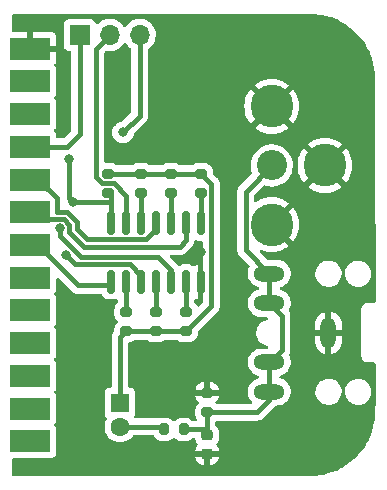
<source format=gtl>
G04 #@! TF.GenerationSoftware,KiCad,Pcbnew,(6.0.0)*
G04 #@! TF.CreationDate,2022-11-09T00:51:05-05:00*
G04 #@! TF.ProjectId,Arrington 4 voice equivalent SMD,41727269-6e67-4746-9f6e-203420766f69,rev?*
G04 #@! TF.SameCoordinates,Original*
G04 #@! TF.FileFunction,Copper,L1,Top*
G04 #@! TF.FilePolarity,Positive*
%FSLAX46Y46*%
G04 Gerber Fmt 4.6, Leading zero omitted, Abs format (unit mm)*
G04 Created by KiCad (PCBNEW (6.0.0)) date 2022-11-09 00:51:05*
%MOMM*%
%LPD*%
G01*
G04 APERTURE LIST*
G04 Aperture macros list*
%AMRoundRect*
0 Rectangle with rounded corners*
0 $1 Rounding radius*
0 $2 $3 $4 $5 $6 $7 $8 $9 X,Y pos of 4 corners*
0 Add a 4 corners polygon primitive as box body*
4,1,4,$2,$3,$4,$5,$6,$7,$8,$9,$2,$3,0*
0 Add four circle primitives for the rounded corners*
1,1,$1+$1,$2,$3*
1,1,$1+$1,$4,$5*
1,1,$1+$1,$6,$7*
1,1,$1+$1,$8,$9*
0 Add four rect primitives between the rounded corners*
20,1,$1+$1,$2,$3,$4,$5,0*
20,1,$1+$1,$4,$5,$6,$7,0*
20,1,$1+$1,$6,$7,$8,$9,0*
20,1,$1+$1,$8,$9,$2,$3,0*%
G04 Aperture macros list end*
G04 #@! TA.AperFunction,SMDPad,CuDef*
%ADD10RoundRect,0.200000X0.275000X-0.200000X0.275000X0.200000X-0.275000X0.200000X-0.275000X-0.200000X0*%
G04 #@! TD*
G04 #@! TA.AperFunction,ComponentPad*
%ADD11C,3.616000*%
G04 #@! TD*
G04 #@! TA.AperFunction,ComponentPad*
%ADD12C,2.550000*%
G04 #@! TD*
G04 #@! TA.AperFunction,SMDPad,CuDef*
%ADD13RoundRect,0.200000X-0.275000X0.200000X-0.275000X-0.200000X0.275000X-0.200000X0.275000X0.200000X0*%
G04 #@! TD*
G04 #@! TA.AperFunction,SMDPad,CuDef*
%ADD14RoundRect,0.150000X0.150000X-0.825000X0.150000X0.825000X-0.150000X0.825000X-0.150000X-0.825000X0*%
G04 #@! TD*
G04 #@! TA.AperFunction,ComponentPad*
%ADD15O,1.308000X2.616000*%
G04 #@! TD*
G04 #@! TA.AperFunction,ComponentPad*
%ADD16O,2.616000X1.308000*%
G04 #@! TD*
G04 #@! TA.AperFunction,SMDPad,CuDef*
%ADD17RoundRect,0.200000X0.200000X0.275000X-0.200000X0.275000X-0.200000X-0.275000X0.200000X-0.275000X0*%
G04 #@! TD*
G04 #@! TA.AperFunction,SMDPad,CuDef*
%ADD18R,3.480000X1.846667*%
G04 #@! TD*
G04 #@! TA.AperFunction,ComponentPad*
%ADD19R,1.700000X1.700000*%
G04 #@! TD*
G04 #@! TA.AperFunction,ComponentPad*
%ADD20O,1.700000X1.700000*%
G04 #@! TD*
G04 #@! TA.AperFunction,SMDPad,CuDef*
%ADD21RoundRect,0.225000X-0.250000X0.225000X-0.250000X-0.225000X0.250000X-0.225000X0.250000X0.225000X0*%
G04 #@! TD*
G04 #@! TA.AperFunction,ComponentPad*
%ADD22R,1.600000X1.600000*%
G04 #@! TD*
G04 #@! TA.AperFunction,ComponentPad*
%ADD23C,1.600000*%
G04 #@! TD*
G04 #@! TA.AperFunction,ViaPad*
%ADD24C,0.800000*%
G04 #@! TD*
G04 #@! TA.AperFunction,Conductor*
%ADD25C,0.400000*%
G04 #@! TD*
G04 APERTURE END LIST*
D10*
X122428000Y-80835000D03*
X122428000Y-79185000D03*
X124968000Y-80835000D03*
X124968000Y-79185000D03*
D11*
X132226000Y-71802000D03*
X132226000Y-61802000D03*
X136726000Y-66802000D03*
D12*
X132226000Y-66802000D03*
D10*
X126746000Y-87693000D03*
X126746000Y-86043000D03*
D13*
X123698000Y-67501000D03*
X123698000Y-69151000D03*
D14*
X118618000Y-76643000D03*
X119888000Y-76643000D03*
X121158000Y-76643000D03*
X122428000Y-76643000D03*
X123698000Y-76643000D03*
X124968000Y-76643000D03*
X126238000Y-76643000D03*
X126238000Y-71693000D03*
X124968000Y-71693000D03*
X123698000Y-71693000D03*
X122428000Y-71693000D03*
X121158000Y-71693000D03*
X119888000Y-71693000D03*
X118618000Y-71693000D03*
D15*
X137028000Y-80962500D03*
D16*
X132028000Y-75962500D03*
X132028000Y-85962500D03*
X132028000Y-78462500D03*
X132028000Y-83462500D03*
D13*
X118364000Y-67501000D03*
X118364000Y-69151000D03*
D17*
X124777000Y-89154000D03*
X123127000Y-89154000D03*
D10*
X119888000Y-80835000D03*
X119888000Y-79185000D03*
D18*
X111737500Y-56913000D03*
X111737500Y-59683000D03*
X111737500Y-62453000D03*
X111737500Y-65223000D03*
X111737500Y-67993000D03*
X111737500Y-70763000D03*
X111737500Y-73533000D03*
X111737500Y-76303000D03*
X111737500Y-79073000D03*
X111737500Y-81843000D03*
X111737500Y-84613000D03*
X111737500Y-87383000D03*
X111737500Y-90153000D03*
D19*
X115966000Y-55753000D03*
D20*
X118506000Y-55753000D03*
X121046000Y-55753000D03*
D21*
X126746000Y-89649000D03*
X126746000Y-91199000D03*
D22*
X119380000Y-86928888D03*
D23*
X119380000Y-88928888D03*
D13*
X126238000Y-67501000D03*
X126238000Y-69151000D03*
X121158000Y-67501000D03*
X121158000Y-69151000D03*
D24*
X126238000Y-74168000D03*
X115062000Y-66294000D03*
X115391699Y-69925699D03*
X119634000Y-64008000D03*
X114300000Y-72136000D03*
X114808000Y-74422000D03*
D25*
X133077521Y-79512021D02*
X132028000Y-78462500D01*
X132028000Y-78462500D02*
X132028000Y-75962500D01*
X130018489Y-73952989D02*
X130018489Y-69009511D01*
X133077521Y-82412979D02*
X133077521Y-79512021D01*
X132028000Y-83462500D02*
X133077521Y-82412979D01*
X126746000Y-89649000D02*
X126746000Y-89154000D01*
X132028000Y-85962500D02*
X132028000Y-83462500D01*
X131001000Y-87693000D02*
X132028000Y-86666000D01*
X126746000Y-89154000D02*
X126746000Y-87693000D01*
X132028000Y-86666000D02*
X132028000Y-85962500D01*
X132028000Y-75962500D02*
X130018489Y-73952989D01*
X130018489Y-69009511D02*
X132226000Y-66802000D01*
X126746000Y-87693000D02*
X131001000Y-87693000D01*
X124777000Y-89154000D02*
X126746000Y-89154000D01*
X122428000Y-80835000D02*
X124968000Y-80835000D01*
X119380000Y-86928888D02*
X119380000Y-81343000D01*
X123698000Y-67501000D02*
X126238000Y-67501000D01*
X119380000Y-81343000D02*
X119888000Y-80835000D01*
X118364000Y-67501000D02*
X121158000Y-67501000D01*
X119888000Y-80835000D02*
X122428000Y-80835000D01*
X124968000Y-80835000D02*
X127112520Y-78690480D01*
X127112520Y-68375520D02*
X126238000Y-67501000D01*
X121158000Y-67501000D02*
X123698000Y-67501000D01*
X127112520Y-78690480D02*
X127112520Y-68375520D01*
X122901888Y-88928888D02*
X123127000Y-89154000D01*
X119380000Y-88928888D02*
X122901888Y-88928888D01*
X114863000Y-65223000D02*
X111737500Y-65223000D01*
X115966000Y-55753000D02*
X115966000Y-64120000D01*
X115966000Y-64120000D02*
X114863000Y-65223000D01*
X114046000Y-69596000D02*
X112443000Y-67993000D01*
X116587370Y-73067520D02*
X115739925Y-72220075D01*
X121535618Y-73067520D02*
X116587370Y-73067520D01*
X115739925Y-71597396D02*
X114879498Y-70736969D01*
X114046000Y-70736969D02*
X114046000Y-69596000D01*
X114879498Y-70736969D02*
X114046000Y-70736969D01*
X122428000Y-71693000D02*
X122428000Y-72175138D01*
X112443000Y-67993000D02*
X111737500Y-67993000D01*
X115739925Y-72220075D02*
X115739925Y-71597396D01*
X122428000Y-72175138D02*
X121535618Y-73067520D01*
X124452960Y-73667040D02*
X116339040Y-73667040D01*
X112310989Y-71336489D02*
X111737500Y-70763000D01*
X115099511Y-72427511D02*
X115099511Y-71804831D01*
X114631169Y-71336489D02*
X112310989Y-71336489D01*
X124968000Y-71693000D02*
X124968000Y-73152000D01*
X124968000Y-73152000D02*
X124452960Y-73667040D01*
X116339040Y-73667040D02*
X115099511Y-72427511D01*
X115099511Y-71804831D02*
X114631169Y-71336489D01*
X111737500Y-73533000D02*
X112395000Y-73533000D01*
X118299000Y-76962000D02*
X118618000Y-76643000D01*
X112395000Y-73533000D02*
X115824000Y-76962000D01*
X115824000Y-76962000D02*
X118299000Y-76962000D01*
X118618000Y-69405000D02*
X118364000Y-69151000D01*
X115062000Y-69596000D02*
X115391699Y-69925699D01*
X118618000Y-71693000D02*
X118618000Y-69405000D01*
X118618000Y-69925699D02*
X118618000Y-71693000D01*
X115391699Y-69925699D02*
X118618000Y-69925699D01*
X115062000Y-66294000D02*
X115062000Y-69596000D01*
X121046000Y-62596000D02*
X119634000Y-64008000D01*
X121046000Y-55753000D02*
X121046000Y-62596000D01*
X116078000Y-74561320D02*
X114300000Y-72783320D01*
X123698000Y-76643000D02*
X123698000Y-75692000D01*
X114300000Y-72783320D02*
X114300000Y-72136000D01*
X116078000Y-74584480D02*
X116078000Y-74561320D01*
X122590480Y-74584480D02*
X117094000Y-74584480D01*
X117094000Y-74584480D02*
X116078000Y-74584480D01*
X123698000Y-75692000D02*
X122590480Y-74584480D01*
X115570000Y-75184000D02*
X114808000Y-74422000D01*
X121158000Y-76160862D02*
X120181138Y-75184000D01*
X121158000Y-76643000D02*
X121158000Y-76160862D01*
X120181138Y-75184000D02*
X115570000Y-75184000D01*
X119888000Y-76643000D02*
X119888000Y-79185000D01*
X122428000Y-76643000D02*
X122428000Y-79185000D01*
X126238000Y-71693000D02*
X126238000Y-69151000D01*
X124968000Y-76643000D02*
X124968000Y-79185000D01*
X123698000Y-71693000D02*
X123698000Y-69151000D01*
X121158000Y-71693000D02*
X121158000Y-69151000D01*
X117348000Y-56911000D02*
X118506000Y-55753000D01*
X119888000Y-71693000D02*
X119888000Y-69352151D01*
X119888000Y-69352151D02*
X118836369Y-68300520D01*
X118836369Y-68300520D02*
X117840671Y-68300520D01*
X117348000Y-67807849D02*
X117348000Y-56911000D01*
X117840671Y-68300520D02*
X117348000Y-67807849D01*
G04 #@! TA.AperFunction,Conductor*
G36*
X135482057Y-53976500D02*
G01*
X135496858Y-53978805D01*
X135496861Y-53978805D01*
X135505730Y-53980186D01*
X135526639Y-53977452D01*
X135548176Y-53976496D01*
X135735261Y-53984234D01*
X135957760Y-53993437D01*
X135968138Y-53994297D01*
X136242263Y-54028466D01*
X136405682Y-54048837D01*
X136415947Y-54050549D01*
X136530388Y-54074545D01*
X136847491Y-54141035D01*
X136857586Y-54143591D01*
X137280194Y-54269407D01*
X137290036Y-54272785D01*
X137700830Y-54433078D01*
X137710329Y-54437245D01*
X138079246Y-54617598D01*
X138106466Y-54630905D01*
X138115622Y-54635860D01*
X138274499Y-54730530D01*
X138494403Y-54861564D01*
X138503122Y-54867260D01*
X138861971Y-55123474D01*
X138870189Y-55129870D01*
X139206668Y-55414853D01*
X139214329Y-55421907D01*
X139526093Y-55733671D01*
X139533147Y-55741332D01*
X139818130Y-56077811D01*
X139824526Y-56086029D01*
X140080740Y-56444878D01*
X140086436Y-56453597D01*
X140312139Y-56832376D01*
X140317094Y-56841532D01*
X140510672Y-57237500D01*
X140510751Y-57237662D01*
X140514922Y-57247170D01*
X140623541Y-57525535D01*
X140675212Y-57657956D01*
X140678593Y-57667806D01*
X140804409Y-58090414D01*
X140806965Y-58100509D01*
X140838555Y-58251167D01*
X140895211Y-58521370D01*
X140897450Y-58532050D01*
X140899164Y-58542322D01*
X140953703Y-58979862D01*
X140954563Y-58990240D01*
X140971195Y-59392361D01*
X140969803Y-59416951D01*
X140969196Y-59420853D01*
X140967814Y-59429730D01*
X140968978Y-59438631D01*
X140968978Y-59438636D01*
X140972063Y-59462223D01*
X140973126Y-59478180D01*
X141000672Y-68578133D01*
X141019671Y-74854285D01*
X141019999Y-74962803D01*
X141020000Y-74963184D01*
X141020000Y-78328500D01*
X140999998Y-78396621D01*
X140946342Y-78443114D01*
X140894000Y-78454500D01*
X140336702Y-78454500D01*
X140335932Y-78454498D01*
X140335078Y-78454493D01*
X140258348Y-78454024D01*
X140249719Y-78456490D01*
X140249714Y-78456491D01*
X140229952Y-78462139D01*
X140213191Y-78465717D01*
X140192848Y-78468630D01*
X140192838Y-78468633D01*
X140183955Y-78469905D01*
X140160605Y-78480521D01*
X140143093Y-78486964D01*
X140130200Y-78490649D01*
X140118435Y-78494012D01*
X140093452Y-78509774D01*
X140078386Y-78517904D01*
X140051490Y-78530133D01*
X140032061Y-78546874D01*
X140017053Y-78557979D01*
X139995369Y-78571660D01*
X139989427Y-78578388D01*
X139975819Y-78593796D01*
X139963627Y-78605840D01*
X139941253Y-78625119D01*
X139936374Y-78632647D01*
X139936371Y-78632650D01*
X139927304Y-78646639D01*
X139916014Y-78661513D01*
X139899044Y-78680728D01*
X139886490Y-78707466D01*
X139878176Y-78722435D01*
X139862107Y-78747227D01*
X139859535Y-78755827D01*
X139854761Y-78771790D01*
X139848099Y-78789236D01*
X139837201Y-78812448D01*
X139835820Y-78821321D01*
X139832658Y-78841628D01*
X139828874Y-78858349D01*
X139822986Y-78878036D01*
X139822985Y-78878039D01*
X139820413Y-78886641D01*
X139820358Y-78895616D01*
X139820358Y-78895617D01*
X139820203Y-78921046D01*
X139820170Y-78921828D01*
X139820000Y-78922923D01*
X139820000Y-78953798D01*
X139819998Y-78954568D01*
X139819524Y-79032152D01*
X139819908Y-79033496D01*
X139820000Y-79034841D01*
X139820000Y-82953798D01*
X139819998Y-82954568D01*
X139819524Y-83032152D01*
X139821990Y-83040781D01*
X139821991Y-83040786D01*
X139827639Y-83060548D01*
X139831217Y-83077309D01*
X139834130Y-83097652D01*
X139834133Y-83097662D01*
X139835405Y-83106545D01*
X139846021Y-83129895D01*
X139852464Y-83147407D01*
X139859512Y-83172065D01*
X139875274Y-83197048D01*
X139883404Y-83212114D01*
X139895633Y-83239010D01*
X139912374Y-83258439D01*
X139923479Y-83273447D01*
X139937160Y-83295131D01*
X139943888Y-83301073D01*
X139959296Y-83314681D01*
X139971340Y-83326873D01*
X139990619Y-83349247D01*
X139998147Y-83354126D01*
X139998150Y-83354129D01*
X140012139Y-83363196D01*
X140027013Y-83374486D01*
X140046228Y-83391456D01*
X140054354Y-83395271D01*
X140054355Y-83395272D01*
X140060021Y-83397932D01*
X140072966Y-83404010D01*
X140087935Y-83412324D01*
X140112727Y-83428393D01*
X140121327Y-83430965D01*
X140137290Y-83435739D01*
X140154736Y-83442401D01*
X140177948Y-83453299D01*
X140207130Y-83457843D01*
X140223849Y-83461626D01*
X140243536Y-83467514D01*
X140243539Y-83467515D01*
X140252141Y-83470087D01*
X140261116Y-83470142D01*
X140261117Y-83470142D01*
X140267810Y-83470183D01*
X140286556Y-83470297D01*
X140287328Y-83470330D01*
X140288423Y-83470500D01*
X140319298Y-83470500D01*
X140320068Y-83470502D01*
X140393716Y-83470952D01*
X140393717Y-83470952D01*
X140397652Y-83470976D01*
X140398996Y-83470592D01*
X140400341Y-83470500D01*
X140894000Y-83470500D01*
X140962121Y-83490502D01*
X141008614Y-83544158D01*
X141020000Y-83596500D01*
X141020000Y-86940198D01*
X141019689Y-86949048D01*
X140985581Y-87433474D01*
X140976165Y-87567200D01*
X140974978Y-87577721D01*
X140967814Y-87623730D01*
X140970548Y-87644639D01*
X140971504Y-87666179D01*
X140954563Y-88075760D01*
X140953703Y-88086138D01*
X140925587Y-88311701D01*
X140909767Y-88438619D01*
X140899164Y-88523678D01*
X140897451Y-88533947D01*
X140893448Y-88553038D01*
X140806965Y-88965491D01*
X140804409Y-88975586D01*
X140678593Y-89398194D01*
X140675215Y-89408036D01*
X140514922Y-89818830D01*
X140510755Y-89828329D01*
X140335280Y-90187268D01*
X140317095Y-90224466D01*
X140312139Y-90233624D01*
X140086436Y-90612403D01*
X140080740Y-90621122D01*
X139824526Y-90979971D01*
X139818130Y-90988189D01*
X139533147Y-91324668D01*
X139526093Y-91332329D01*
X139214329Y-91644093D01*
X139206668Y-91651147D01*
X138870189Y-91936130D01*
X138861971Y-91942526D01*
X138503122Y-92198740D01*
X138494403Y-92204436D01*
X138197587Y-92381300D01*
X138115624Y-92430139D01*
X138106468Y-92435094D01*
X137710329Y-92628755D01*
X137700830Y-92632922D01*
X137290036Y-92793215D01*
X137280194Y-92796593D01*
X136857586Y-92922409D01*
X136847491Y-92924965D01*
X136559770Y-92985294D01*
X136415947Y-93015451D01*
X136405682Y-93017163D01*
X136242263Y-93037534D01*
X135968138Y-93071703D01*
X135957760Y-93072563D01*
X135555639Y-93089195D01*
X135531049Y-93087803D01*
X135527147Y-93087196D01*
X135527145Y-93087196D01*
X135518270Y-93085814D01*
X135509368Y-93086978D01*
X135509365Y-93086978D01*
X135486749Y-93089936D01*
X135470411Y-93091000D01*
X110362000Y-93091000D01*
X110293879Y-93070998D01*
X110247386Y-93017342D01*
X110236000Y-92965000D01*
X110236000Y-91710833D01*
X110256002Y-91642712D01*
X110309658Y-91596219D01*
X110362000Y-91584833D01*
X113525634Y-91584833D01*
X113587816Y-91578078D01*
X113724205Y-91526948D01*
X113800940Y-91469438D01*
X125763000Y-91469438D01*
X125763337Y-91475953D01*
X125772894Y-91568057D01*
X125775788Y-91581456D01*
X125825381Y-91730107D01*
X125831555Y-91743286D01*
X125913788Y-91876173D01*
X125922824Y-91887574D01*
X126033429Y-91997986D01*
X126044840Y-92006998D01*
X126177880Y-92089004D01*
X126191061Y-92095151D01*
X126339814Y-92144491D01*
X126353190Y-92147358D01*
X126444097Y-92156672D01*
X126450513Y-92157000D01*
X126473885Y-92157000D01*
X126489124Y-92152525D01*
X126490329Y-92151135D01*
X126492000Y-92143452D01*
X126492000Y-92138885D01*
X127000000Y-92138885D01*
X127004475Y-92154124D01*
X127005865Y-92155329D01*
X127013548Y-92157000D01*
X127041438Y-92157000D01*
X127047953Y-92156663D01*
X127140057Y-92147106D01*
X127153456Y-92144212D01*
X127302107Y-92094619D01*
X127315286Y-92088445D01*
X127448173Y-92006212D01*
X127459574Y-91997176D01*
X127569986Y-91886571D01*
X127578998Y-91875160D01*
X127661004Y-91742120D01*
X127667151Y-91728939D01*
X127716491Y-91580186D01*
X127719358Y-91566810D01*
X127728672Y-91475903D01*
X127728929Y-91470874D01*
X127724525Y-91455876D01*
X127723135Y-91454671D01*
X127715452Y-91453000D01*
X127018115Y-91453000D01*
X127002876Y-91457475D01*
X127001671Y-91458865D01*
X127000000Y-91466548D01*
X127000000Y-92138885D01*
X126492000Y-92138885D01*
X126492000Y-91471115D01*
X126487525Y-91455876D01*
X126486135Y-91454671D01*
X126478452Y-91453000D01*
X125781115Y-91453000D01*
X125765876Y-91457475D01*
X125764671Y-91458865D01*
X125763000Y-91466548D01*
X125763000Y-91469438D01*
X113800940Y-91469438D01*
X113840761Y-91439594D01*
X113928115Y-91323038D01*
X113979245Y-91186649D01*
X113986000Y-91124467D01*
X113986000Y-89181533D01*
X113979245Y-89119351D01*
X113928115Y-88982962D01*
X113840761Y-88866406D01*
X113833581Y-88861025D01*
X113829651Y-88857095D01*
X113795625Y-88794783D01*
X113800690Y-88723968D01*
X113829651Y-88678905D01*
X113833581Y-88674975D01*
X113840761Y-88669594D01*
X113928115Y-88553038D01*
X113979245Y-88416649D01*
X113986000Y-88354467D01*
X113986000Y-86411533D01*
X113979245Y-86349351D01*
X113928115Y-86212962D01*
X113840761Y-86096406D01*
X113833581Y-86091025D01*
X113829651Y-86087095D01*
X113795625Y-86024783D01*
X113800690Y-85953968D01*
X113829651Y-85908905D01*
X113833581Y-85904975D01*
X113840761Y-85899594D01*
X113928115Y-85783038D01*
X113979245Y-85646649D01*
X113986000Y-85584467D01*
X113986000Y-83641533D01*
X113979245Y-83579351D01*
X113928115Y-83442962D01*
X113840761Y-83326406D01*
X113833581Y-83321025D01*
X113829651Y-83317095D01*
X113795625Y-83254783D01*
X113800690Y-83183968D01*
X113829651Y-83138905D01*
X113833581Y-83134975D01*
X113840761Y-83129594D01*
X113928115Y-83013038D01*
X113979245Y-82876649D01*
X113986000Y-82814467D01*
X113986000Y-80871533D01*
X113979245Y-80809351D01*
X113928115Y-80672962D01*
X113840761Y-80556406D01*
X113833581Y-80551025D01*
X113829651Y-80547095D01*
X113795625Y-80484783D01*
X113800690Y-80413968D01*
X113829651Y-80368905D01*
X113833581Y-80364975D01*
X113840761Y-80359594D01*
X113928115Y-80243038D01*
X113979245Y-80106649D01*
X113986000Y-80044467D01*
X113986000Y-78101533D01*
X113979245Y-78039351D01*
X113928115Y-77902962D01*
X113840761Y-77786406D01*
X113833581Y-77781025D01*
X113829651Y-77777095D01*
X113795625Y-77714783D01*
X113800690Y-77643968D01*
X113829651Y-77598905D01*
X113833581Y-77594975D01*
X113840761Y-77589594D01*
X113928115Y-77473038D01*
X113979245Y-77336649D01*
X113986000Y-77274467D01*
X113986000Y-76430161D01*
X114006002Y-76362040D01*
X114059658Y-76315547D01*
X114129932Y-76305443D01*
X114194512Y-76334937D01*
X114201095Y-76341066D01*
X115302557Y-77442528D01*
X115308411Y-77448793D01*
X115322118Y-77464505D01*
X115346439Y-77492385D01*
X115398729Y-77529136D01*
X115403971Y-77533028D01*
X115454282Y-77572476D01*
X115461201Y-77575600D01*
X115463493Y-77576988D01*
X115478165Y-77585357D01*
X115480525Y-77586622D01*
X115486739Y-77590990D01*
X115493818Y-77593750D01*
X115493820Y-77593751D01*
X115546275Y-77614202D01*
X115552344Y-77616753D01*
X115610573Y-77643045D01*
X115618046Y-77644430D01*
X115620612Y-77645234D01*
X115636835Y-77649855D01*
X115639427Y-77650520D01*
X115646509Y-77653282D01*
X115654044Y-77654274D01*
X115709861Y-77661622D01*
X115716377Y-77662654D01*
X115754770Y-77669770D01*
X115779186Y-77674295D01*
X115786766Y-77673858D01*
X115786767Y-77673858D01*
X115841380Y-77670709D01*
X115848633Y-77670500D01*
X117750851Y-77670500D01*
X117818972Y-77690502D01*
X117859304Y-77732360D01*
X117943547Y-77874807D01*
X118061193Y-77992453D01*
X118068017Y-77996489D01*
X118068020Y-77996491D01*
X118127982Y-78031952D01*
X118204399Y-78077145D01*
X118212010Y-78079356D01*
X118212012Y-78079357D01*
X118239625Y-78087379D01*
X118364169Y-78123562D01*
X118370574Y-78124066D01*
X118370579Y-78124067D01*
X118399042Y-78126307D01*
X118399050Y-78126307D01*
X118401498Y-78126500D01*
X118834502Y-78126500D01*
X118836950Y-78126307D01*
X118836958Y-78126307D01*
X118865421Y-78124067D01*
X118865426Y-78124066D01*
X118871831Y-78123562D01*
X118878007Y-78121768D01*
X118878011Y-78121767D01*
X119018348Y-78080996D01*
X119089344Y-78081199D01*
X119148960Y-78119753D01*
X119178268Y-78184418D01*
X119179500Y-78201993D01*
X119179500Y-78364290D01*
X119159498Y-78432411D01*
X119142595Y-78453385D01*
X119051361Y-78544619D01*
X118962528Y-78691301D01*
X118960257Y-78698548D01*
X118960256Y-78698550D01*
X118946852Y-78741322D01*
X118911247Y-78854938D01*
X118904500Y-78928365D01*
X118904501Y-79441634D01*
X118904764Y-79444492D01*
X118904764Y-79444501D01*
X118906234Y-79460499D01*
X118911247Y-79515062D01*
X118913246Y-79521440D01*
X118913246Y-79521441D01*
X118945700Y-79625000D01*
X118962528Y-79678699D01*
X119051361Y-79825381D01*
X119146885Y-79920905D01*
X119180911Y-79983217D01*
X119175846Y-80054032D01*
X119146885Y-80099095D01*
X119051361Y-80194619D01*
X118962528Y-80341301D01*
X118911247Y-80504938D01*
X118904500Y-80578365D01*
X118904500Y-80760270D01*
X118884498Y-80828391D01*
X118861331Y-80855218D01*
X118855339Y-80860445D01*
X118855336Y-80860448D01*
X118849615Y-80865439D01*
X118819630Y-80908104D01*
X118812872Y-80917719D01*
X118808939Y-80923014D01*
X118769524Y-80973282D01*
X118766401Y-80980198D01*
X118765017Y-80982484D01*
X118756643Y-80997165D01*
X118755378Y-80999525D01*
X118751010Y-81005739D01*
X118748250Y-81012818D01*
X118748249Y-81012820D01*
X118727798Y-81065275D01*
X118725247Y-81071344D01*
X118698955Y-81129573D01*
X118697571Y-81137040D01*
X118696770Y-81139595D01*
X118692141Y-81155848D01*
X118691478Y-81158428D01*
X118688718Y-81165509D01*
X118687727Y-81173040D01*
X118687726Y-81173042D01*
X118680379Y-81228852D01*
X118679348Y-81235359D01*
X118667704Y-81298186D01*
X118668141Y-81305766D01*
X118668141Y-81305767D01*
X118671291Y-81360392D01*
X118671500Y-81367646D01*
X118671500Y-85494388D01*
X118651498Y-85562509D01*
X118597842Y-85609002D01*
X118545500Y-85620388D01*
X118531866Y-85620388D01*
X118469684Y-85627143D01*
X118333295Y-85678273D01*
X118216739Y-85765627D01*
X118129385Y-85882183D01*
X118078255Y-86018572D01*
X118071500Y-86080754D01*
X118071500Y-87777022D01*
X118078255Y-87839204D01*
X118129385Y-87975593D01*
X118216739Y-88092149D01*
X118223919Y-88097530D01*
X118230269Y-88103880D01*
X118228029Y-88106120D01*
X118261171Y-88150453D01*
X118266190Y-88221272D01*
X118248051Y-88262678D01*
X118248383Y-88262869D01*
X118246661Y-88265852D01*
X118246296Y-88266685D01*
X118242477Y-88272139D01*
X118240154Y-88277121D01*
X118240151Y-88277126D01*
X118163342Y-88441846D01*
X118145716Y-88479645D01*
X118144294Y-88484953D01*
X118144293Y-88484955D01*
X118096743Y-88662414D01*
X118086457Y-88700801D01*
X118066502Y-88928888D01*
X118086457Y-89156975D01*
X118087881Y-89162288D01*
X118087881Y-89162290D01*
X118115789Y-89266441D01*
X118145716Y-89378131D01*
X118148039Y-89383112D01*
X118148039Y-89383113D01*
X118240151Y-89580650D01*
X118240154Y-89580655D01*
X118242477Y-89585637D01*
X118373802Y-89773188D01*
X118535700Y-89935086D01*
X118540208Y-89938243D01*
X118540211Y-89938245D01*
X118593413Y-89975497D01*
X118723251Y-90066411D01*
X118728233Y-90068734D01*
X118728238Y-90068737D01*
X118925775Y-90160849D01*
X118930757Y-90163172D01*
X118936065Y-90164594D01*
X118936067Y-90164595D01*
X119146598Y-90221007D01*
X119146600Y-90221007D01*
X119151913Y-90222431D01*
X119380000Y-90242386D01*
X119608087Y-90222431D01*
X119613400Y-90221007D01*
X119613402Y-90221007D01*
X119823933Y-90164595D01*
X119823935Y-90164594D01*
X119829243Y-90163172D01*
X119834225Y-90160849D01*
X120031762Y-90068737D01*
X120031767Y-90068734D01*
X120036749Y-90066411D01*
X120166587Y-89975497D01*
X120219789Y-89938245D01*
X120219792Y-89938243D01*
X120224300Y-89935086D01*
X120386198Y-89773188D01*
X120392100Y-89764759D01*
X120443665Y-89691117D01*
X120499122Y-89646789D01*
X120546878Y-89637388D01*
X122157653Y-89637388D01*
X122225774Y-89657390D01*
X122272490Y-89711538D01*
X122274256Y-89715449D01*
X122276528Y-89722699D01*
X122365361Y-89869381D01*
X122486619Y-89990639D01*
X122633301Y-90079472D01*
X122640548Y-90081743D01*
X122640550Y-90081744D01*
X122706836Y-90102517D01*
X122796938Y-90130753D01*
X122870365Y-90137500D01*
X122873263Y-90137500D01*
X123127665Y-90137499D01*
X123383634Y-90137499D01*
X123386492Y-90137236D01*
X123386501Y-90137236D01*
X123422004Y-90133974D01*
X123457062Y-90130753D01*
X123463447Y-90128752D01*
X123613450Y-90081744D01*
X123613452Y-90081743D01*
X123620699Y-90079472D01*
X123767381Y-89990639D01*
X123862905Y-89895115D01*
X123925217Y-89861089D01*
X123996032Y-89866154D01*
X124041095Y-89895115D01*
X124136619Y-89990639D01*
X124283301Y-90079472D01*
X124290548Y-90081743D01*
X124290550Y-90081744D01*
X124356836Y-90102517D01*
X124446938Y-90130753D01*
X124520365Y-90137500D01*
X124523263Y-90137500D01*
X124777665Y-90137499D01*
X125033634Y-90137499D01*
X125036492Y-90137236D01*
X125036501Y-90137236D01*
X125072004Y-90133974D01*
X125107062Y-90130753D01*
X125113447Y-90128752D01*
X125263450Y-90081744D01*
X125263452Y-90081743D01*
X125270699Y-90079472D01*
X125417381Y-89990639D01*
X125508615Y-89899405D01*
X125570927Y-89865379D01*
X125597710Y-89862500D01*
X125642648Y-89862500D01*
X125710769Y-89882502D01*
X125757262Y-89936158D01*
X125767975Y-89975497D01*
X125772401Y-90018162D01*
X125772402Y-90018167D01*
X125773113Y-90025019D01*
X125775295Y-90031559D01*
X125824537Y-90179153D01*
X125827244Y-90187268D01*
X125831096Y-90193492D01*
X125831096Y-90193493D01*
X125849300Y-90222910D01*
X125917248Y-90332713D01*
X125922430Y-90337886D01*
X125926977Y-90343623D01*
X125925170Y-90345055D01*
X125953902Y-90397575D01*
X125948892Y-90468395D01*
X125925501Y-90504853D01*
X125926552Y-90505683D01*
X125913002Y-90522840D01*
X125830996Y-90655880D01*
X125824849Y-90669061D01*
X125775509Y-90817814D01*
X125772642Y-90831190D01*
X125763328Y-90922097D01*
X125763071Y-90927126D01*
X125767475Y-90942124D01*
X125768865Y-90943329D01*
X125776548Y-90945000D01*
X127710885Y-90945000D01*
X127726124Y-90940525D01*
X127727329Y-90939135D01*
X127729000Y-90931452D01*
X127729000Y-90928562D01*
X127728663Y-90922047D01*
X127719106Y-90829943D01*
X127716212Y-90816544D01*
X127666619Y-90667893D01*
X127660445Y-90654714D01*
X127578212Y-90521827D01*
X127564629Y-90504689D01*
X127566559Y-90503159D01*
X127538097Y-90451120D01*
X127543113Y-90380301D01*
X127566799Y-90343383D01*
X127565843Y-90342628D01*
X127570381Y-90336882D01*
X127575552Y-90331702D01*
X127579393Y-90325471D01*
X127661462Y-90192331D01*
X127661463Y-90192329D01*
X127665302Y-90186101D01*
X127719149Y-90023757D01*
X127729500Y-89922732D01*
X127729500Y-89375268D01*
X127718887Y-89272981D01*
X127664756Y-89110732D01*
X127574752Y-88965287D01*
X127543774Y-88934363D01*
X127491482Y-88882162D01*
X127457403Y-88819880D01*
X127454500Y-88792989D01*
X127454500Y-88527500D01*
X127474502Y-88459379D01*
X127528158Y-88412886D01*
X127580500Y-88401500D01*
X130972088Y-88401500D01*
X130980658Y-88401792D01*
X131030776Y-88405209D01*
X131030780Y-88405209D01*
X131038352Y-88405725D01*
X131045829Y-88404420D01*
X131045830Y-88404420D01*
X131072308Y-88399799D01*
X131101303Y-88394738D01*
X131107821Y-88393777D01*
X131171242Y-88386102D01*
X131178343Y-88383419D01*
X131180952Y-88382778D01*
X131197262Y-88378315D01*
X131199798Y-88377550D01*
X131207284Y-88376243D01*
X131265800Y-88350556D01*
X131271904Y-88348065D01*
X131324548Y-88328173D01*
X131324549Y-88328172D01*
X131331656Y-88325487D01*
X131337919Y-88321183D01*
X131340285Y-88319946D01*
X131355097Y-88311701D01*
X131357351Y-88310368D01*
X131364305Y-88307315D01*
X131415002Y-88268413D01*
X131420332Y-88264541D01*
X131466720Y-88232661D01*
X131466725Y-88232656D01*
X131472981Y-88228357D01*
X131485219Y-88214622D01*
X131514435Y-88181830D01*
X131519416Y-88176554D01*
X132508528Y-87187443D01*
X132514794Y-87181589D01*
X132544069Y-87156051D01*
X132608551Y-87126343D01*
X132626898Y-87125000D01*
X132736196Y-87125000D01*
X132846140Y-87114897D01*
X132889001Y-87110959D01*
X132889003Y-87110959D01*
X132894756Y-87110430D01*
X133038617Y-87069857D01*
X133094828Y-87054004D01*
X133094830Y-87054003D01*
X133100387Y-87052436D01*
X133105563Y-87049884D01*
X133105567Y-87049882D01*
X133286826Y-86960495D01*
X133292007Y-86957940D01*
X133298137Y-86953363D01*
X133458573Y-86833560D01*
X133458574Y-86833559D01*
X133463197Y-86830107D01*
X133467113Y-86825871D01*
X133604305Y-86677457D01*
X133604307Y-86677454D01*
X133608224Y-86673217D01*
X133722232Y-86492525D01*
X133801403Y-86294082D01*
X133802528Y-86288425D01*
X133802530Y-86288419D01*
X133841957Y-86090203D01*
X133841957Y-86090199D01*
X133843084Y-86084535D01*
X133843483Y-86054099D01*
X133845394Y-85908104D01*
X135915787Y-85908104D01*
X135925567Y-86119399D01*
X135926971Y-86125224D01*
X135926971Y-86125225D01*
X135971843Y-86311414D01*
X135975125Y-86325034D01*
X135977607Y-86330492D01*
X135977608Y-86330496D01*
X136021053Y-86426046D01*
X136062674Y-86517587D01*
X136152175Y-86643760D01*
X136175452Y-86676574D01*
X136185054Y-86690111D01*
X136337850Y-86836381D01*
X136515548Y-86951120D01*
X136548743Y-86964498D01*
X136706168Y-87027942D01*
X136706171Y-87027943D01*
X136711737Y-87030186D01*
X136919337Y-87070728D01*
X136924899Y-87071000D01*
X137080846Y-87071000D01*
X137238566Y-87055952D01*
X137441534Y-86996408D01*
X137503491Y-86964498D01*
X137624249Y-86902304D01*
X137624252Y-86902302D01*
X137629580Y-86899558D01*
X137795920Y-86768896D01*
X137799852Y-86764365D01*
X137799855Y-86764362D01*
X137930621Y-86613667D01*
X137934552Y-86609137D01*
X137937552Y-86603951D01*
X137937555Y-86603947D01*
X138037467Y-86431242D01*
X138040473Y-86426046D01*
X138109861Y-86226229D01*
X138126219Y-86113409D01*
X138139352Y-86022836D01*
X138139352Y-86022833D01*
X138140213Y-86016896D01*
X138135177Y-85908104D01*
X138415787Y-85908104D01*
X138425567Y-86119399D01*
X138426971Y-86125224D01*
X138426971Y-86125225D01*
X138471843Y-86311414D01*
X138475125Y-86325034D01*
X138477607Y-86330492D01*
X138477608Y-86330496D01*
X138521053Y-86426046D01*
X138562674Y-86517587D01*
X138652175Y-86643760D01*
X138675452Y-86676574D01*
X138685054Y-86690111D01*
X138837850Y-86836381D01*
X139015548Y-86951120D01*
X139048743Y-86964498D01*
X139206168Y-87027942D01*
X139206171Y-87027943D01*
X139211737Y-87030186D01*
X139419337Y-87070728D01*
X139424899Y-87071000D01*
X139580846Y-87071000D01*
X139738566Y-87055952D01*
X139941534Y-86996408D01*
X140003491Y-86964498D01*
X140124249Y-86902304D01*
X140124252Y-86902302D01*
X140129580Y-86899558D01*
X140295920Y-86768896D01*
X140299852Y-86764365D01*
X140299855Y-86764362D01*
X140430621Y-86613667D01*
X140434552Y-86609137D01*
X140437552Y-86603951D01*
X140437555Y-86603947D01*
X140537467Y-86431242D01*
X140540473Y-86426046D01*
X140609861Y-86226229D01*
X140626219Y-86113409D01*
X140639352Y-86022836D01*
X140639352Y-86022833D01*
X140640213Y-86016896D01*
X140630433Y-85805601D01*
X140589699Y-85636581D01*
X140582281Y-85605799D01*
X140582280Y-85605797D01*
X140580875Y-85599966D01*
X140572275Y-85581050D01*
X140517185Y-85459887D01*
X140493326Y-85407413D01*
X140370946Y-85234889D01*
X140218150Y-85088619D01*
X140040452Y-84973880D01*
X139980354Y-84949660D01*
X139849832Y-84897058D01*
X139849829Y-84897057D01*
X139844263Y-84894814D01*
X139636663Y-84854272D01*
X139631101Y-84854000D01*
X139475154Y-84854000D01*
X139317434Y-84869048D01*
X139114466Y-84928592D01*
X139109139Y-84931336D01*
X139109138Y-84931336D01*
X138931751Y-85022696D01*
X138931748Y-85022698D01*
X138926420Y-85025442D01*
X138760080Y-85156104D01*
X138756148Y-85160635D01*
X138756145Y-85160638D01*
X138687474Y-85239775D01*
X138621448Y-85315863D01*
X138618448Y-85321049D01*
X138618445Y-85321053D01*
X138571312Y-85402526D01*
X138515527Y-85498954D01*
X138446139Y-85698771D01*
X138445278Y-85704706D01*
X138445278Y-85704708D01*
X138433299Y-85787329D01*
X138415787Y-85908104D01*
X138135177Y-85908104D01*
X138130433Y-85805601D01*
X138089699Y-85636581D01*
X138082281Y-85605799D01*
X138082280Y-85605797D01*
X138080875Y-85599966D01*
X138072275Y-85581050D01*
X138017185Y-85459887D01*
X137993326Y-85407413D01*
X137870946Y-85234889D01*
X137718150Y-85088619D01*
X137540452Y-84973880D01*
X137480354Y-84949660D01*
X137349832Y-84897058D01*
X137349829Y-84897057D01*
X137344263Y-84894814D01*
X137136663Y-84854272D01*
X137131101Y-84854000D01*
X136975154Y-84854000D01*
X136817434Y-84869048D01*
X136614466Y-84928592D01*
X136609139Y-84931336D01*
X136609138Y-84931336D01*
X136431751Y-85022696D01*
X136431748Y-85022698D01*
X136426420Y-85025442D01*
X136260080Y-85156104D01*
X136256148Y-85160635D01*
X136256145Y-85160638D01*
X136187474Y-85239775D01*
X136121448Y-85315863D01*
X136118448Y-85321049D01*
X136118445Y-85321053D01*
X136071312Y-85402526D01*
X136015527Y-85498954D01*
X135946139Y-85698771D01*
X135945278Y-85704706D01*
X135945278Y-85704708D01*
X135933299Y-85787329D01*
X135915787Y-85908104D01*
X133845394Y-85908104D01*
X133845881Y-85870901D01*
X133834661Y-85805601D01*
X133810678Y-85666031D01*
X133810678Y-85666030D01*
X133809699Y-85660334D01*
X133735750Y-85459887D01*
X133705729Y-85409426D01*
X133629467Y-85281240D01*
X133629465Y-85281237D01*
X133626511Y-85276272D01*
X133622705Y-85271932D01*
X133622702Y-85271928D01*
X133489447Y-85119981D01*
X133485640Y-85115640D01*
X133317855Y-84983369D01*
X133312744Y-84980680D01*
X133312741Y-84980678D01*
X133147354Y-84893664D01*
X133128775Y-84883889D01*
X132962115Y-84832140D01*
X132902994Y-84792839D01*
X132874503Y-84727809D01*
X132885693Y-84657700D01*
X132933010Y-84604770D01*
X132965281Y-84590540D01*
X133094828Y-84554004D01*
X133094830Y-84554003D01*
X133100387Y-84552436D01*
X133105563Y-84549884D01*
X133105567Y-84549882D01*
X133286826Y-84460495D01*
X133292007Y-84457940D01*
X133463197Y-84330107D01*
X133479070Y-84312936D01*
X133604305Y-84177457D01*
X133604307Y-84177454D01*
X133608224Y-84173217D01*
X133722232Y-83992525D01*
X133801403Y-83794082D01*
X133802528Y-83788425D01*
X133802530Y-83788419D01*
X133841957Y-83590203D01*
X133841957Y-83590199D01*
X133843084Y-83584535D01*
X133843483Y-83554099D01*
X133844852Y-83449483D01*
X133845881Y-83370901D01*
X133836636Y-83317095D01*
X133810678Y-83166031D01*
X133810678Y-83166030D01*
X133809699Y-83160334D01*
X133735750Y-82959887D01*
X133696688Y-82894230D01*
X133679049Y-82825462D01*
X133690155Y-82777920D01*
X133690839Y-82776406D01*
X133700897Y-82758778D01*
X133702141Y-82756458D01*
X133706511Y-82750240D01*
X133709270Y-82743164D01*
X133709272Y-82743160D01*
X133729721Y-82690710D01*
X133732270Y-82684645D01*
X133758566Y-82626406D01*
X133759950Y-82618941D01*
X133760747Y-82616397D01*
X133765380Y-82600131D01*
X133766042Y-82597551D01*
X133768803Y-82590470D01*
X133770741Y-82575753D01*
X133777142Y-82527126D01*
X133778174Y-82520608D01*
X133789817Y-82457792D01*
X133786230Y-82395586D01*
X133786021Y-82388332D01*
X133786021Y-81667778D01*
X135866000Y-81667778D01*
X135866266Y-81673567D01*
X135880034Y-81823408D01*
X135882132Y-81834729D01*
X135936962Y-82029143D01*
X135941087Y-82039890D01*
X136030434Y-82221065D01*
X136036446Y-82230874D01*
X136157304Y-82392725D01*
X136165011Y-82401285D01*
X136313349Y-82538407D01*
X136322474Y-82545408D01*
X136493320Y-82653204D01*
X136503564Y-82658424D01*
X136691197Y-82733282D01*
X136702226Y-82736549D01*
X136756232Y-82747291D01*
X136769106Y-82746139D01*
X136773074Y-82733853D01*
X137282000Y-82733853D01*
X137285806Y-82746815D01*
X137300722Y-82748751D01*
X137324339Y-82744693D01*
X137335459Y-82741713D01*
X137524981Y-82671795D01*
X137535359Y-82666845D01*
X137708967Y-82563559D01*
X137718276Y-82556795D01*
X137870157Y-82423600D01*
X137878067Y-82415265D01*
X138003132Y-82256621D01*
X138009403Y-82246964D01*
X138103454Y-82068202D01*
X138107862Y-82057559D01*
X138167765Y-81864643D01*
X138170155Y-81853399D01*
X138189564Y-81689415D01*
X138190000Y-81682012D01*
X138190000Y-81234615D01*
X138185525Y-81219376D01*
X138184135Y-81218171D01*
X138176452Y-81216500D01*
X137300115Y-81216500D01*
X137284876Y-81220975D01*
X137283671Y-81222365D01*
X137282000Y-81230048D01*
X137282000Y-82733853D01*
X136773074Y-82733853D01*
X136774000Y-82730984D01*
X136774000Y-81234615D01*
X136769525Y-81219376D01*
X136768135Y-81218171D01*
X136760452Y-81216500D01*
X135884115Y-81216500D01*
X135868876Y-81220975D01*
X135867671Y-81222365D01*
X135866000Y-81230048D01*
X135866000Y-81667778D01*
X133786021Y-81667778D01*
X133786021Y-80690385D01*
X135866000Y-80690385D01*
X135870475Y-80705624D01*
X135871865Y-80706829D01*
X135879548Y-80708500D01*
X136755885Y-80708500D01*
X136771124Y-80704025D01*
X136772329Y-80702635D01*
X136774000Y-80694952D01*
X136774000Y-80690385D01*
X137282000Y-80690385D01*
X137286475Y-80705624D01*
X137287865Y-80706829D01*
X137295548Y-80708500D01*
X138171885Y-80708500D01*
X138187124Y-80704025D01*
X138188329Y-80702635D01*
X138190000Y-80694952D01*
X138190000Y-80257222D01*
X138189734Y-80251433D01*
X138175966Y-80101592D01*
X138173868Y-80090271D01*
X138119038Y-79895857D01*
X138114913Y-79885110D01*
X138025566Y-79703935D01*
X138019554Y-79694126D01*
X137898696Y-79532275D01*
X137890989Y-79523715D01*
X137742651Y-79386593D01*
X137733526Y-79379592D01*
X137562680Y-79271796D01*
X137552436Y-79266576D01*
X137364803Y-79191718D01*
X137353774Y-79188451D01*
X137299768Y-79177709D01*
X137286894Y-79178861D01*
X137282000Y-79194016D01*
X137282000Y-80690385D01*
X136774000Y-80690385D01*
X136774000Y-79191147D01*
X136770194Y-79178185D01*
X136755278Y-79176249D01*
X136731661Y-79180307D01*
X136720541Y-79183287D01*
X136531019Y-79253205D01*
X136520641Y-79258155D01*
X136347033Y-79361441D01*
X136337724Y-79368205D01*
X136185843Y-79501400D01*
X136177933Y-79509735D01*
X136052868Y-79668379D01*
X136046597Y-79678036D01*
X135952546Y-79856798D01*
X135948138Y-79867441D01*
X135888235Y-80060357D01*
X135885845Y-80071601D01*
X135866436Y-80235585D01*
X135866000Y-80242988D01*
X135866000Y-80690385D01*
X133786021Y-80690385D01*
X133786021Y-79540948D01*
X133786313Y-79532379D01*
X133789731Y-79482246D01*
X133789731Y-79482242D01*
X133790247Y-79474669D01*
X133779257Y-79411702D01*
X133778296Y-79405186D01*
X133771535Y-79349319D01*
X133770623Y-79341779D01*
X133767940Y-79334678D01*
X133767299Y-79332069D01*
X133762830Y-79315736D01*
X133762069Y-79313216D01*
X133760764Y-79305738D01*
X133745865Y-79271796D01*
X133735080Y-79247225D01*
X133732589Y-79241120D01*
X133712696Y-79188477D01*
X133712694Y-79188473D01*
X133710008Y-79181365D01*
X133705705Y-79175104D01*
X133704468Y-79172738D01*
X133694594Y-79154998D01*
X133691838Y-79148720D01*
X133694343Y-79147621D01*
X133680043Y-79091295D01*
X133699396Y-79028718D01*
X133719149Y-78997411D01*
X133722232Y-78992525D01*
X133801403Y-78794082D01*
X133802528Y-78788425D01*
X133802530Y-78788419D01*
X133841957Y-78590203D01*
X133841957Y-78590199D01*
X133843084Y-78584535D01*
X133843165Y-78578388D01*
X133844786Y-78454500D01*
X133845881Y-78370901D01*
X133841400Y-78344820D01*
X133810678Y-78166031D01*
X133810678Y-78166030D01*
X133809699Y-78160334D01*
X133735750Y-77959887D01*
X133626511Y-77776272D01*
X133622705Y-77771932D01*
X133622702Y-77771928D01*
X133489447Y-77619981D01*
X133485640Y-77615640D01*
X133317855Y-77483369D01*
X133312744Y-77480680D01*
X133312741Y-77480678D01*
X133209443Y-77426330D01*
X133128775Y-77383889D01*
X132962115Y-77332140D01*
X132902994Y-77292839D01*
X132874503Y-77227809D01*
X132885693Y-77157700D01*
X132933010Y-77104770D01*
X132965281Y-77090540D01*
X133094828Y-77054004D01*
X133094830Y-77054003D01*
X133100387Y-77052436D01*
X133105563Y-77049884D01*
X133105567Y-77049882D01*
X133286826Y-76960495D01*
X133292007Y-76957940D01*
X133298137Y-76953363D01*
X133458573Y-76833560D01*
X133458574Y-76833559D01*
X133463197Y-76830107D01*
X133479070Y-76812936D01*
X133604305Y-76677457D01*
X133604307Y-76677454D01*
X133608224Y-76673217D01*
X133722232Y-76492525D01*
X133801403Y-76294082D01*
X133802528Y-76288425D01*
X133802530Y-76288419D01*
X133841957Y-76090203D01*
X133841957Y-76090199D01*
X133843084Y-76084535D01*
X133843483Y-76054099D01*
X133845394Y-75908104D01*
X135915787Y-75908104D01*
X135925567Y-76119399D01*
X135926971Y-76125224D01*
X135926971Y-76125225D01*
X135972839Y-76315547D01*
X135975125Y-76325034D01*
X135977607Y-76330492D01*
X135977608Y-76330496D01*
X136021053Y-76426046D01*
X136062674Y-76517587D01*
X136185054Y-76690111D01*
X136337850Y-76836381D01*
X136515548Y-76951120D01*
X136575646Y-76975340D01*
X136706168Y-77027942D01*
X136706171Y-77027943D01*
X136711737Y-77030186D01*
X136919337Y-77070728D01*
X136924899Y-77071000D01*
X137080846Y-77071000D01*
X137238566Y-77055952D01*
X137441534Y-76996408D01*
X137446862Y-76993664D01*
X137624249Y-76902304D01*
X137624252Y-76902302D01*
X137629580Y-76899558D01*
X137795920Y-76768896D01*
X137799852Y-76764365D01*
X137799855Y-76764362D01*
X137930621Y-76613667D01*
X137934552Y-76609137D01*
X137937552Y-76603951D01*
X137937555Y-76603947D01*
X138037467Y-76431242D01*
X138040473Y-76426046D01*
X138109861Y-76226229D01*
X138140213Y-76016896D01*
X138135177Y-75908104D01*
X138415787Y-75908104D01*
X138425567Y-76119399D01*
X138426971Y-76125224D01*
X138426971Y-76125225D01*
X138472839Y-76315547D01*
X138475125Y-76325034D01*
X138477607Y-76330492D01*
X138477608Y-76330496D01*
X138521053Y-76426046D01*
X138562674Y-76517587D01*
X138685054Y-76690111D01*
X138837850Y-76836381D01*
X139015548Y-76951120D01*
X139075646Y-76975340D01*
X139206168Y-77027942D01*
X139206171Y-77027943D01*
X139211737Y-77030186D01*
X139419337Y-77070728D01*
X139424899Y-77071000D01*
X139580846Y-77071000D01*
X139738566Y-77055952D01*
X139941534Y-76996408D01*
X139946862Y-76993664D01*
X140124249Y-76902304D01*
X140124252Y-76902302D01*
X140129580Y-76899558D01*
X140295920Y-76768896D01*
X140299852Y-76764365D01*
X140299855Y-76764362D01*
X140430621Y-76613667D01*
X140434552Y-76609137D01*
X140437552Y-76603951D01*
X140437555Y-76603947D01*
X140537467Y-76431242D01*
X140540473Y-76426046D01*
X140609861Y-76226229D01*
X140640213Y-76016896D01*
X140630433Y-75805601D01*
X140589699Y-75636581D01*
X140582281Y-75605799D01*
X140582280Y-75605797D01*
X140580875Y-75599966D01*
X140537525Y-75504622D01*
X140517185Y-75459887D01*
X140493326Y-75407413D01*
X140370946Y-75234889D01*
X140218150Y-75088619D01*
X140040452Y-74973880D01*
X139980354Y-74949660D01*
X139849832Y-74897058D01*
X139849829Y-74897057D01*
X139844263Y-74894814D01*
X139636663Y-74854272D01*
X139631101Y-74854000D01*
X139475154Y-74854000D01*
X139317434Y-74869048D01*
X139114466Y-74928592D01*
X139109139Y-74931336D01*
X139109138Y-74931336D01*
X138931751Y-75022696D01*
X138931748Y-75022698D01*
X138926420Y-75025442D01*
X138760080Y-75156104D01*
X138756148Y-75160635D01*
X138756145Y-75160638D01*
X138687474Y-75239775D01*
X138621448Y-75315863D01*
X138618448Y-75321049D01*
X138618445Y-75321053D01*
X138571312Y-75402526D01*
X138515527Y-75498954D01*
X138446139Y-75698771D01*
X138415787Y-75908104D01*
X138135177Y-75908104D01*
X138130433Y-75805601D01*
X138089699Y-75636581D01*
X138082281Y-75605799D01*
X138082280Y-75605797D01*
X138080875Y-75599966D01*
X138037525Y-75504622D01*
X138017185Y-75459887D01*
X137993326Y-75407413D01*
X137870946Y-75234889D01*
X137718150Y-75088619D01*
X137540452Y-74973880D01*
X137480354Y-74949660D01*
X137349832Y-74897058D01*
X137349829Y-74897057D01*
X137344263Y-74894814D01*
X137136663Y-74854272D01*
X137131101Y-74854000D01*
X136975154Y-74854000D01*
X136817434Y-74869048D01*
X136614466Y-74928592D01*
X136609139Y-74931336D01*
X136609138Y-74931336D01*
X136431751Y-75022696D01*
X136431748Y-75022698D01*
X136426420Y-75025442D01*
X136260080Y-75156104D01*
X136256148Y-75160635D01*
X136256145Y-75160638D01*
X136187474Y-75239775D01*
X136121448Y-75315863D01*
X136118448Y-75321049D01*
X136118445Y-75321053D01*
X136071312Y-75402526D01*
X136015527Y-75498954D01*
X135946139Y-75698771D01*
X135915787Y-75908104D01*
X133845394Y-75908104D01*
X133845881Y-75870901D01*
X133834661Y-75805601D01*
X133810678Y-75666031D01*
X133810678Y-75666030D01*
X133809699Y-75660334D01*
X133735750Y-75459887D01*
X133719442Y-75432475D01*
X133629467Y-75281240D01*
X133629465Y-75281237D01*
X133626511Y-75276272D01*
X133622705Y-75271932D01*
X133622702Y-75271928D01*
X133489447Y-75119981D01*
X133485640Y-75115640D01*
X133317855Y-74983369D01*
X133312744Y-74980680D01*
X133312741Y-74980678D01*
X133147354Y-74893664D01*
X133128775Y-74883889D01*
X133123254Y-74882175D01*
X133123250Y-74882173D01*
X132930248Y-74822244D01*
X132930243Y-74822243D01*
X132924733Y-74820532D01*
X132894282Y-74816928D01*
X132754945Y-74800436D01*
X132754939Y-74800436D01*
X132751258Y-74800000D01*
X131919660Y-74800000D01*
X131851539Y-74779998D01*
X131830565Y-74763095D01*
X131229351Y-74161881D01*
X131195325Y-74099569D01*
X131200390Y-74028754D01*
X131242937Y-73971918D01*
X131309457Y-73947107D01*
X131358947Y-73953473D01*
X131621382Y-74042558D01*
X131629334Y-74044689D01*
X131919010Y-74102309D01*
X131927168Y-74103383D01*
X132221881Y-74122699D01*
X132230119Y-74122699D01*
X132524832Y-74103383D01*
X132532990Y-74102309D01*
X132822666Y-74044689D01*
X132830618Y-74042558D01*
X133110290Y-73947622D01*
X133117894Y-73944472D01*
X133382781Y-73813845D01*
X133389918Y-73809724D01*
X133635481Y-73645644D01*
X133642023Y-73640624D01*
X133662175Y-73622952D01*
X133670572Y-73609715D01*
X133664738Y-73599949D01*
X131955885Y-71891095D01*
X131921859Y-71828783D01*
X131923694Y-71803131D01*
X132590408Y-71803131D01*
X132590539Y-71804966D01*
X132594790Y-71811580D01*
X134022195Y-73238984D01*
X134035956Y-73246498D01*
X134045316Y-73240041D01*
X134064624Y-73218023D01*
X134069644Y-73211481D01*
X134233723Y-72965919D01*
X134237844Y-72958781D01*
X134368470Y-72693900D01*
X134371625Y-72686281D01*
X134466558Y-72406618D01*
X134468689Y-72398666D01*
X134526309Y-72108990D01*
X134527383Y-72100832D01*
X134546699Y-71806119D01*
X134546699Y-71797881D01*
X134527383Y-71503168D01*
X134526309Y-71495010D01*
X134468689Y-71205334D01*
X134466558Y-71197382D01*
X134371625Y-70917719D01*
X134368470Y-70910100D01*
X134237844Y-70645219D01*
X134233723Y-70638081D01*
X134069644Y-70392519D01*
X134064624Y-70385977D01*
X134046952Y-70365825D01*
X134033715Y-70357428D01*
X134023949Y-70363262D01*
X132598020Y-71789190D01*
X132590408Y-71803131D01*
X131923694Y-71803131D01*
X131926924Y-71757967D01*
X131955885Y-71712905D01*
X132226000Y-71442790D01*
X133662984Y-70005805D01*
X133670498Y-69992045D01*
X133664039Y-69982683D01*
X133642023Y-69963376D01*
X133635481Y-69958356D01*
X133389918Y-69794276D01*
X133382781Y-69790155D01*
X133117894Y-69659528D01*
X133110290Y-69656378D01*
X132830618Y-69561442D01*
X132822666Y-69559311D01*
X132532990Y-69501691D01*
X132524832Y-69500617D01*
X132230119Y-69481301D01*
X132221881Y-69481301D01*
X131927168Y-69500617D01*
X131919010Y-69501691D01*
X131629334Y-69559311D01*
X131621382Y-69561442D01*
X131341719Y-69656375D01*
X131334100Y-69659530D01*
X131069219Y-69790156D01*
X131062081Y-69794277D01*
X130922991Y-69887214D01*
X130855238Y-69908429D01*
X130786771Y-69889646D01*
X130739328Y-69836829D01*
X130726989Y-69782449D01*
X130726989Y-69355171D01*
X130746991Y-69287050D01*
X130763894Y-69266076D01*
X131418014Y-68611956D01*
X135281502Y-68611956D01*
X135287959Y-68621316D01*
X135309977Y-68640624D01*
X135316519Y-68645644D01*
X135562082Y-68809724D01*
X135569219Y-68813845D01*
X135834106Y-68944472D01*
X135841710Y-68947622D01*
X136121382Y-69042558D01*
X136129334Y-69044689D01*
X136419010Y-69102309D01*
X136427168Y-69103383D01*
X136721881Y-69122699D01*
X136730119Y-69122699D01*
X137024832Y-69103383D01*
X137032990Y-69102309D01*
X137322666Y-69044689D01*
X137330618Y-69042558D01*
X137610290Y-68947622D01*
X137617894Y-68944472D01*
X137882781Y-68813845D01*
X137889918Y-68809724D01*
X138135481Y-68645644D01*
X138142023Y-68640624D01*
X138162175Y-68622952D01*
X138170572Y-68609715D01*
X138164738Y-68599949D01*
X136738810Y-67174020D01*
X136724869Y-67166408D01*
X136723034Y-67166539D01*
X136716420Y-67170790D01*
X135289016Y-68598195D01*
X135281502Y-68611956D01*
X131418014Y-68611956D01*
X131512459Y-68517511D01*
X131574771Y-68483485D01*
X131643095Y-68487651D01*
X131758686Y-68528017D01*
X131763102Y-68529559D01*
X131767695Y-68530431D01*
X132018947Y-68578133D01*
X132018950Y-68578133D01*
X132023536Y-68579004D01*
X132149411Y-68583950D01*
X132283750Y-68589228D01*
X132283755Y-68589228D01*
X132288418Y-68589411D01*
X132391397Y-68578133D01*
X132547275Y-68561062D01*
X132547280Y-68561061D01*
X132551928Y-68560552D01*
X132618034Y-68543148D01*
X132803756Y-68494252D01*
X132803759Y-68494251D01*
X132808279Y-68493061D01*
X132812576Y-68491215D01*
X133047544Y-68390265D01*
X133047546Y-68390264D01*
X133051838Y-68388420D01*
X133208511Y-68291468D01*
X133273282Y-68251387D01*
X133273286Y-68251384D01*
X133277255Y-68248928D01*
X133479577Y-68077649D01*
X133566887Y-67978091D01*
X133651278Y-67881862D01*
X133651281Y-67881857D01*
X133654360Y-67878347D01*
X133797765Y-67655399D01*
X133906641Y-67413703D01*
X133976349Y-67166539D01*
X133977326Y-67163074D01*
X133977327Y-67163071D01*
X133978596Y-67158570D01*
X134003940Y-66959351D01*
X134011652Y-66898733D01*
X134011652Y-66898729D01*
X134012050Y-66895603D01*
X134014393Y-66806119D01*
X134405301Y-66806119D01*
X134424617Y-67100832D01*
X134425691Y-67108990D01*
X134483311Y-67398666D01*
X134485442Y-67406618D01*
X134580375Y-67686281D01*
X134583530Y-67693900D01*
X134714156Y-67958781D01*
X134718277Y-67965919D01*
X134882356Y-68211481D01*
X134887376Y-68218023D01*
X134905048Y-68238175D01*
X134918285Y-68246572D01*
X134928051Y-68240738D01*
X136353980Y-66814810D01*
X136360357Y-66803131D01*
X137090408Y-66803131D01*
X137090539Y-66804966D01*
X137094790Y-66811580D01*
X138522195Y-68238984D01*
X138535956Y-68246498D01*
X138545316Y-68240041D01*
X138564624Y-68218023D01*
X138569644Y-68211481D01*
X138733723Y-67965919D01*
X138737844Y-67958781D01*
X138868470Y-67693900D01*
X138871625Y-67686281D01*
X138966558Y-67406618D01*
X138968689Y-67398666D01*
X139026309Y-67108990D01*
X139027383Y-67100832D01*
X139046699Y-66806119D01*
X139046699Y-66797881D01*
X139027383Y-66503168D01*
X139026309Y-66495010D01*
X138968689Y-66205334D01*
X138966558Y-66197382D01*
X138871625Y-65917719D01*
X138868470Y-65910100D01*
X138737844Y-65645219D01*
X138733723Y-65638081D01*
X138569644Y-65392519D01*
X138564624Y-65385977D01*
X138546952Y-65365825D01*
X138533715Y-65357428D01*
X138523949Y-65363262D01*
X137098020Y-66789190D01*
X137090408Y-66803131D01*
X136360357Y-66803131D01*
X136361592Y-66800869D01*
X136361461Y-66799034D01*
X136357210Y-66792420D01*
X134929805Y-65365016D01*
X134916044Y-65357502D01*
X134906684Y-65363959D01*
X134887376Y-65385977D01*
X134882356Y-65392519D01*
X134718277Y-65638081D01*
X134714156Y-65645219D01*
X134583530Y-65910100D01*
X134580375Y-65917719D01*
X134485442Y-66197382D01*
X134483311Y-66205334D01*
X134425691Y-66495010D01*
X134424617Y-66503168D01*
X134405301Y-66797881D01*
X134405301Y-66806119D01*
X134014393Y-66806119D01*
X134014501Y-66802000D01*
X134004362Y-66665556D01*
X133995202Y-66542295D01*
X133995201Y-66542291D01*
X133994856Y-66537643D01*
X133936352Y-66279093D01*
X133927624Y-66256649D01*
X133841968Y-66036383D01*
X133841967Y-66036380D01*
X133840275Y-66032030D01*
X133708735Y-65801883D01*
X133544621Y-65593706D01*
X133351540Y-65412074D01*
X133133733Y-65260975D01*
X133129543Y-65258909D01*
X133129540Y-65258907D01*
X132900172Y-65145796D01*
X132900169Y-65145795D01*
X132895984Y-65143731D01*
X132643517Y-65062915D01*
X132499876Y-65039522D01*
X132386490Y-65021056D01*
X132386489Y-65021056D01*
X132381878Y-65020305D01*
X132249346Y-65018570D01*
X132121492Y-65016896D01*
X132121489Y-65016896D01*
X132116815Y-65016835D01*
X131854150Y-65052582D01*
X131849660Y-65053891D01*
X131849654Y-65053892D01*
X131741430Y-65085437D01*
X131599654Y-65126761D01*
X131595407Y-65128719D01*
X131595404Y-65128720D01*
X131565930Y-65142308D01*
X131358918Y-65237742D01*
X131355009Y-65240305D01*
X131141143Y-65380521D01*
X131141138Y-65380525D01*
X131137230Y-65383087D01*
X130939460Y-65559603D01*
X130769954Y-65763412D01*
X130632434Y-65990038D01*
X130529922Y-66234500D01*
X130528771Y-66239032D01*
X130528770Y-66239035D01*
X130480276Y-66429980D01*
X130464670Y-66491430D01*
X130438112Y-66755183D01*
X130438336Y-66759850D01*
X130438336Y-66759855D01*
X130441476Y-66825225D01*
X130450830Y-67019963D01*
X130451743Y-67024551D01*
X130495467Y-67244366D01*
X130502546Y-67279956D01*
X130504125Y-67284354D01*
X130504127Y-67284361D01*
X130539888Y-67383963D01*
X130544082Y-67454835D01*
X130510395Y-67515635D01*
X129537969Y-68488061D01*
X129531704Y-68493915D01*
X129488104Y-68531950D01*
X129483737Y-68538164D01*
X129451361Y-68584230D01*
X129447428Y-68589525D01*
X129408013Y-68639793D01*
X129404890Y-68646709D01*
X129403506Y-68648995D01*
X129395132Y-68663676D01*
X129393867Y-68666036D01*
X129389499Y-68672250D01*
X129386739Y-68679329D01*
X129386738Y-68679331D01*
X129366287Y-68731786D01*
X129363736Y-68737855D01*
X129337444Y-68796084D01*
X129336060Y-68803551D01*
X129335259Y-68806106D01*
X129330630Y-68822359D01*
X129329967Y-68824939D01*
X129327207Y-68832020D01*
X129326216Y-68839551D01*
X129326215Y-68839553D01*
X129322316Y-68869172D01*
X129319377Y-68891499D01*
X129318868Y-68895363D01*
X129317837Y-68901870D01*
X129306193Y-68964697D01*
X129306630Y-68972277D01*
X129306630Y-68972278D01*
X129309780Y-69026903D01*
X129309989Y-69034157D01*
X129309989Y-73924077D01*
X129309697Y-73932647D01*
X129305764Y-73990341D01*
X129307069Y-73997818D01*
X129307069Y-73997819D01*
X129316750Y-74053288D01*
X129317712Y-74059810D01*
X129325387Y-74123231D01*
X129328070Y-74130332D01*
X129328711Y-74132941D01*
X129333174Y-74149251D01*
X129333939Y-74151787D01*
X129335246Y-74159273D01*
X129338300Y-74166230D01*
X129360931Y-74217784D01*
X129363422Y-74223888D01*
X129386002Y-74283645D01*
X129390306Y-74289908D01*
X129391543Y-74292274D01*
X129399788Y-74307086D01*
X129401121Y-74309340D01*
X129404174Y-74316294D01*
X129438521Y-74361054D01*
X129443068Y-74366980D01*
X129446948Y-74372321D01*
X129478828Y-74418709D01*
X129478833Y-74418714D01*
X129483132Y-74424970D01*
X129488802Y-74430021D01*
X129488803Y-74430023D01*
X129529659Y-74466424D01*
X129534935Y-74471405D01*
X130325343Y-75261813D01*
X130359369Y-75324125D01*
X130354304Y-75394940D01*
X130342812Y-75418139D01*
X130336853Y-75427585D01*
X130333768Y-75432475D01*
X130254597Y-75630918D01*
X130253472Y-75636575D01*
X130253470Y-75636581D01*
X130218659Y-75811591D01*
X130212916Y-75840465D01*
X130212840Y-75846240D01*
X130212840Y-75846244D01*
X130212108Y-75902164D01*
X130210119Y-76054099D01*
X130211098Y-76059796D01*
X130211098Y-76059797D01*
X130240945Y-76233498D01*
X130246301Y-76264666D01*
X130320250Y-76465113D01*
X130323202Y-76470074D01*
X130323202Y-76470075D01*
X130351469Y-76517587D01*
X130429489Y-76648728D01*
X130433295Y-76653068D01*
X130433298Y-76653072D01*
X130534874Y-76768896D01*
X130570360Y-76809360D01*
X130738145Y-76941631D01*
X130743256Y-76944320D01*
X130743259Y-76944322D01*
X130762576Y-76954485D01*
X130927225Y-77041111D01*
X131093885Y-77092860D01*
X131153006Y-77132161D01*
X131181497Y-77197191D01*
X131170307Y-77267300D01*
X131122990Y-77320230D01*
X131090719Y-77334460D01*
X130961172Y-77370996D01*
X130961170Y-77370997D01*
X130955613Y-77372564D01*
X130950437Y-77375116D01*
X130950433Y-77375118D01*
X130801035Y-77448793D01*
X130763993Y-77467060D01*
X130759367Y-77470514D01*
X130759366Y-77470515D01*
X130673677Y-77534502D01*
X130592803Y-77594893D01*
X130588889Y-77599127D01*
X130588887Y-77599129D01*
X130496520Y-77699052D01*
X130447776Y-77751783D01*
X130333768Y-77932475D01*
X130254597Y-78130918D01*
X130253472Y-78136575D01*
X130253470Y-78136581D01*
X130243955Y-78184418D01*
X130212916Y-78340465D01*
X130212840Y-78346240D01*
X130212840Y-78346244D01*
X130211572Y-78443114D01*
X130210119Y-78554099D01*
X130211098Y-78559796D01*
X130211098Y-78559797D01*
X130242290Y-78741322D01*
X130246301Y-78764666D01*
X130320250Y-78965113D01*
X130323202Y-78970074D01*
X130323202Y-78970075D01*
X130407967Y-79112552D01*
X130429489Y-79148728D01*
X130433295Y-79153068D01*
X130433298Y-79153072D01*
X130510515Y-79241120D01*
X130570360Y-79309360D01*
X130738145Y-79441631D01*
X130743256Y-79444320D01*
X130743259Y-79444322D01*
X130815341Y-79482246D01*
X130927225Y-79541111D01*
X130932746Y-79542825D01*
X130932750Y-79542827D01*
X131125752Y-79602756D01*
X131125757Y-79602757D01*
X131131267Y-79604468D01*
X131161718Y-79608072D01*
X131301055Y-79624564D01*
X131301061Y-79624564D01*
X131304742Y-79625000D01*
X131772226Y-79625000D01*
X131840347Y-79645002D01*
X131886840Y-79698658D01*
X131896944Y-79768932D01*
X131867450Y-79833512D01*
X131807695Y-79871905D01*
X131614466Y-79928592D01*
X131609139Y-79931336D01*
X131609138Y-79931336D01*
X131431751Y-80022696D01*
X131431748Y-80022698D01*
X131426420Y-80025442D01*
X131260080Y-80156104D01*
X131256148Y-80160635D01*
X131256145Y-80160638D01*
X131172334Y-80257222D01*
X131121448Y-80315863D01*
X131118448Y-80321049D01*
X131118445Y-80321053D01*
X131032826Y-80469052D01*
X131015527Y-80498954D01*
X130946139Y-80698771D01*
X130945278Y-80704706D01*
X130945278Y-80704708D01*
X130921090Y-80871533D01*
X130915787Y-80908104D01*
X130925567Y-81119399D01*
X130926971Y-81125224D01*
X130926971Y-81125225D01*
X130970482Y-81305767D01*
X130975125Y-81325034D01*
X130977607Y-81330492D01*
X130977608Y-81330496D01*
X131029916Y-81445541D01*
X131062674Y-81517587D01*
X131083098Y-81546379D01*
X131173319Y-81673567D01*
X131185054Y-81690111D01*
X131337850Y-81836381D01*
X131515548Y-81951120D01*
X131521114Y-81953363D01*
X131706168Y-82027942D01*
X131706171Y-82027943D01*
X131711737Y-82030186D01*
X131791676Y-82045797D01*
X131814917Y-82050336D01*
X131877941Y-82083024D01*
X131913288Y-82144596D01*
X131909735Y-82215504D01*
X131868411Y-82273234D01*
X131802435Y-82299459D01*
X131790767Y-82300000D01*
X131319804Y-82300000D01*
X131209860Y-82310103D01*
X131166999Y-82314041D01*
X131166997Y-82314041D01*
X131161244Y-82314570D01*
X131031229Y-82351238D01*
X130961172Y-82370996D01*
X130961170Y-82370997D01*
X130955613Y-82372564D01*
X130950437Y-82375116D01*
X130950433Y-82375118D01*
X130789462Y-82454500D01*
X130763993Y-82467060D01*
X130759367Y-82470514D01*
X130759366Y-82470515D01*
X130618435Y-82575753D01*
X130592803Y-82594893D01*
X130588889Y-82599127D01*
X130588887Y-82599129D01*
X130457085Y-82741713D01*
X130447776Y-82751783D01*
X130333768Y-82932475D01*
X130254597Y-83130918D01*
X130253472Y-83136575D01*
X130253470Y-83136581D01*
X130215712Y-83326406D01*
X130212916Y-83340465D01*
X130212840Y-83346240D01*
X130212840Y-83346244D01*
X130212442Y-83376683D01*
X130210119Y-83554099D01*
X130246301Y-83764666D01*
X130320250Y-83965113D01*
X130429489Y-84148728D01*
X130433295Y-84153068D01*
X130433298Y-84153072D01*
X130566553Y-84305019D01*
X130570360Y-84309360D01*
X130738145Y-84441631D01*
X130743256Y-84444320D01*
X130743259Y-84444322D01*
X130762576Y-84454485D01*
X130927225Y-84541111D01*
X131093885Y-84592860D01*
X131153006Y-84632161D01*
X131181497Y-84697191D01*
X131170307Y-84767300D01*
X131122990Y-84820230D01*
X131090719Y-84834460D01*
X130961172Y-84870996D01*
X130961170Y-84870997D01*
X130955613Y-84872564D01*
X130950437Y-84875116D01*
X130950433Y-84875118D01*
X130769174Y-84964505D01*
X130763993Y-84967060D01*
X130759367Y-84970514D01*
X130759366Y-84970515D01*
X130601205Y-85088619D01*
X130592803Y-85094893D01*
X130588889Y-85099127D01*
X130588887Y-85099129D01*
X130463393Y-85234889D01*
X130447776Y-85251783D01*
X130333768Y-85432475D01*
X130254597Y-85630918D01*
X130253472Y-85636575D01*
X130253470Y-85636581D01*
X130218659Y-85811591D01*
X130212916Y-85840465D01*
X130212840Y-85846240D01*
X130212840Y-85846244D01*
X130212464Y-85874997D01*
X130210119Y-86054099D01*
X130211098Y-86059796D01*
X130211098Y-86059797D01*
X130245322Y-86258969D01*
X130246301Y-86264666D01*
X130320250Y-86465113D01*
X130323202Y-86470074D01*
X130323202Y-86470075D01*
X130366581Y-86542988D01*
X130429489Y-86648728D01*
X130433295Y-86653068D01*
X130433298Y-86653072D01*
X130540597Y-86775422D01*
X130570474Y-86839826D01*
X130560788Y-86910159D01*
X130514615Y-86964091D01*
X130445865Y-86984500D01*
X127585002Y-86984500D01*
X127516881Y-86964498D01*
X127470388Y-86910842D01*
X127460284Y-86840568D01*
X127489778Y-86775988D01*
X127495907Y-86769405D01*
X127576869Y-86688443D01*
X127586176Y-86676574D01*
X127667079Y-86542988D01*
X127673285Y-86529243D01*
X127720256Y-86379356D01*
X127722869Y-86366306D01*
X127727913Y-86311414D01*
X127724525Y-86299876D01*
X127723135Y-86298671D01*
X127715452Y-86297000D01*
X125781116Y-86297000D01*
X125765877Y-86301475D01*
X125764672Y-86302865D01*
X125763709Y-86307294D01*
X125769132Y-86366315D01*
X125771743Y-86379351D01*
X125818715Y-86529243D01*
X125824921Y-86542988D01*
X125905824Y-86676574D01*
X125915131Y-86688443D01*
X126005239Y-86778551D01*
X126039265Y-86840863D01*
X126034200Y-86911678D01*
X126005239Y-86956741D01*
X125909361Y-87052619D01*
X125820528Y-87199301D01*
X125769247Y-87362938D01*
X125762500Y-87436365D01*
X125762501Y-87949634D01*
X125769247Y-88023062D01*
X125771246Y-88029440D01*
X125771246Y-88029441D01*
X125817349Y-88176554D01*
X125820528Y-88186699D01*
X125824462Y-88193195D01*
X125824463Y-88193197D01*
X125861425Y-88254229D01*
X125879604Y-88322859D01*
X125857793Y-88390422D01*
X125802917Y-88435468D01*
X125753649Y-88445500D01*
X125597710Y-88445500D01*
X125529589Y-88425498D01*
X125508615Y-88408595D01*
X125417381Y-88317361D01*
X125270699Y-88228528D01*
X125263452Y-88226257D01*
X125263450Y-88226256D01*
X125157958Y-88193197D01*
X125107062Y-88177247D01*
X125033635Y-88170500D01*
X125030737Y-88170500D01*
X124776335Y-88170501D01*
X124520366Y-88170501D01*
X124517508Y-88170764D01*
X124517499Y-88170764D01*
X124481996Y-88174026D01*
X124446938Y-88177247D01*
X124440560Y-88179246D01*
X124440559Y-88179246D01*
X124290550Y-88226256D01*
X124290548Y-88226257D01*
X124283301Y-88228528D01*
X124136619Y-88317361D01*
X124041095Y-88412885D01*
X123978783Y-88446911D01*
X123907968Y-88441846D01*
X123862905Y-88412885D01*
X123767381Y-88317361D01*
X123620699Y-88228528D01*
X123613452Y-88226257D01*
X123613450Y-88226256D01*
X123507958Y-88193197D01*
X123457062Y-88177247D01*
X123383635Y-88170500D01*
X123380737Y-88170500D01*
X123126335Y-88170501D01*
X122870366Y-88170501D01*
X122867508Y-88170764D01*
X122867499Y-88170764D01*
X122831996Y-88174026D01*
X122796938Y-88177247D01*
X122790560Y-88179246D01*
X122790559Y-88179246D01*
X122677675Y-88214622D01*
X122639996Y-88220388D01*
X120699042Y-88220388D01*
X120630921Y-88200386D01*
X120584428Y-88146730D01*
X120574324Y-88076456D01*
X120598216Y-88018823D01*
X120625229Y-87982780D01*
X120625230Y-87982778D01*
X120630615Y-87975593D01*
X120681745Y-87839204D01*
X120688500Y-87777022D01*
X120688500Y-86080754D01*
X120681745Y-86018572D01*
X120630615Y-85882183D01*
X120549975Y-85774586D01*
X125764087Y-85774586D01*
X125767475Y-85786124D01*
X125768865Y-85787329D01*
X125776548Y-85789000D01*
X126473885Y-85789000D01*
X126489124Y-85784525D01*
X126490329Y-85783135D01*
X126492000Y-85775452D01*
X126492000Y-85770885D01*
X127000000Y-85770885D01*
X127004475Y-85786124D01*
X127005865Y-85787329D01*
X127013548Y-85789000D01*
X127710884Y-85789000D01*
X127726123Y-85784525D01*
X127727328Y-85783135D01*
X127728291Y-85778706D01*
X127722868Y-85719685D01*
X127720257Y-85706649D01*
X127673285Y-85556757D01*
X127667079Y-85543012D01*
X127586176Y-85409426D01*
X127576869Y-85397557D01*
X127466443Y-85287131D01*
X127454574Y-85277824D01*
X127320988Y-85196921D01*
X127307243Y-85190715D01*
X127157356Y-85143744D01*
X127144306Y-85141131D01*
X127080479Y-85135266D01*
X127074691Y-85135000D01*
X127018115Y-85135000D01*
X127002876Y-85139475D01*
X127001671Y-85140865D01*
X127000000Y-85148548D01*
X127000000Y-85770885D01*
X126492000Y-85770885D01*
X126492000Y-85153116D01*
X126487525Y-85137877D01*
X126486135Y-85136672D01*
X126478452Y-85135001D01*
X126417295Y-85135001D01*
X126411546Y-85135264D01*
X126347685Y-85141132D01*
X126334649Y-85143743D01*
X126184757Y-85190715D01*
X126171012Y-85196921D01*
X126037426Y-85277824D01*
X126025557Y-85287131D01*
X125915131Y-85397557D01*
X125905824Y-85409426D01*
X125824921Y-85543012D01*
X125818715Y-85556757D01*
X125771744Y-85706644D01*
X125769131Y-85719694D01*
X125764087Y-85774586D01*
X120549975Y-85774586D01*
X120543261Y-85765627D01*
X120426705Y-85678273D01*
X120290316Y-85627143D01*
X120228134Y-85620388D01*
X120214500Y-85620388D01*
X120146379Y-85600386D01*
X120099886Y-85546730D01*
X120088500Y-85494388D01*
X120088500Y-81869499D01*
X120108502Y-81801378D01*
X120162158Y-81754885D01*
X120213869Y-81743636D01*
X120213869Y-81743631D01*
X120213900Y-81743630D01*
X120214500Y-81743499D01*
X120219634Y-81743499D01*
X120222492Y-81743236D01*
X120222501Y-81743236D01*
X120258004Y-81739974D01*
X120293062Y-81736753D01*
X120299447Y-81734752D01*
X120449450Y-81687744D01*
X120449452Y-81687743D01*
X120456699Y-81685472D01*
X120603381Y-81596639D01*
X120619615Y-81580405D01*
X120681927Y-81546379D01*
X120708710Y-81543500D01*
X121607290Y-81543500D01*
X121675411Y-81563502D01*
X121696385Y-81580405D01*
X121712619Y-81596639D01*
X121859301Y-81685472D01*
X121866548Y-81687743D01*
X121866550Y-81687744D01*
X121932836Y-81708517D01*
X122022938Y-81736753D01*
X122096365Y-81743500D01*
X122099263Y-81743500D01*
X122428860Y-81743499D01*
X122759634Y-81743499D01*
X122762492Y-81743236D01*
X122762501Y-81743236D01*
X122798004Y-81739974D01*
X122833062Y-81736753D01*
X122839447Y-81734752D01*
X122989450Y-81687744D01*
X122989452Y-81687743D01*
X122996699Y-81685472D01*
X123143381Y-81596639D01*
X123159615Y-81580405D01*
X123221927Y-81546379D01*
X123248710Y-81543500D01*
X124147290Y-81543500D01*
X124215411Y-81563502D01*
X124236385Y-81580405D01*
X124252619Y-81596639D01*
X124399301Y-81685472D01*
X124406548Y-81687743D01*
X124406550Y-81687744D01*
X124472836Y-81708517D01*
X124562938Y-81736753D01*
X124636365Y-81743500D01*
X124639263Y-81743500D01*
X124968860Y-81743499D01*
X125299634Y-81743499D01*
X125302492Y-81743236D01*
X125302501Y-81743236D01*
X125338004Y-81739974D01*
X125373062Y-81736753D01*
X125379447Y-81734752D01*
X125529450Y-81687744D01*
X125529452Y-81687743D01*
X125536699Y-81685472D01*
X125683381Y-81596639D01*
X125804639Y-81475381D01*
X125893472Y-81328699D01*
X125900659Y-81305767D01*
X125923737Y-81232124D01*
X125944753Y-81165062D01*
X125951500Y-81091635D01*
X125951500Y-80905661D01*
X125971502Y-80837540D01*
X125988405Y-80816566D01*
X127593048Y-79211923D01*
X127599313Y-79206069D01*
X127637184Y-79173032D01*
X127637185Y-79173031D01*
X127642905Y-79168041D01*
X127679656Y-79115751D01*
X127683548Y-79110509D01*
X127722996Y-79060198D01*
X127726120Y-79053279D01*
X127727508Y-79050987D01*
X127735877Y-79036315D01*
X127737142Y-79033955D01*
X127741510Y-79027741D01*
X127764723Y-78968203D01*
X127767279Y-78962122D01*
X127782522Y-78928365D01*
X127793565Y-78903907D01*
X127794950Y-78896434D01*
X127795754Y-78893868D01*
X127800375Y-78877645D01*
X127801040Y-78875053D01*
X127803802Y-78867971D01*
X127806358Y-78848559D01*
X127812142Y-78804619D01*
X127813174Y-78798103D01*
X127823431Y-78742761D01*
X127824815Y-78735294D01*
X127823659Y-78715236D01*
X127821229Y-78673100D01*
X127821020Y-78665847D01*
X127821020Y-68404432D01*
X127821312Y-68395862D01*
X127824729Y-68345744D01*
X127824729Y-68345740D01*
X127825245Y-68338168D01*
X127814258Y-68275217D01*
X127813296Y-68268695D01*
X127812563Y-68262639D01*
X127805622Y-68205278D01*
X127802939Y-68198177D01*
X127802298Y-68195568D01*
X127797835Y-68179258D01*
X127797070Y-68176722D01*
X127795763Y-68169236D01*
X127770076Y-68110720D01*
X127767585Y-68104616D01*
X127747693Y-68051972D01*
X127747692Y-68051971D01*
X127745007Y-68044864D01*
X127740703Y-68038601D01*
X127739466Y-68036235D01*
X127731221Y-68021423D01*
X127729888Y-68019169D01*
X127726835Y-68012215D01*
X127687933Y-67961518D01*
X127684061Y-67956188D01*
X127652181Y-67909800D01*
X127652176Y-67909795D01*
X127647877Y-67903539D01*
X127601349Y-67862084D01*
X127596074Y-67857104D01*
X127258404Y-67519434D01*
X127224378Y-67457122D01*
X127221499Y-67430339D01*
X127221499Y-67244366D01*
X127214753Y-67170938D01*
X127163472Y-67007301D01*
X127074639Y-66860619D01*
X126953381Y-66739361D01*
X126806699Y-66650528D01*
X126799452Y-66648257D01*
X126799450Y-66648256D01*
X126706259Y-66619052D01*
X126643062Y-66599247D01*
X126569635Y-66592500D01*
X126566737Y-66592500D01*
X126237140Y-66592501D01*
X125906366Y-66592501D01*
X125903508Y-66592764D01*
X125903499Y-66592764D01*
X125867996Y-66596026D01*
X125832938Y-66599247D01*
X125826560Y-66601246D01*
X125826559Y-66601246D01*
X125676550Y-66648256D01*
X125676548Y-66648257D01*
X125669301Y-66650528D01*
X125522619Y-66739361D01*
X125506385Y-66755595D01*
X125444073Y-66789621D01*
X125417290Y-66792500D01*
X124518710Y-66792500D01*
X124450589Y-66772498D01*
X124429615Y-66755595D01*
X124413381Y-66739361D01*
X124266699Y-66650528D01*
X124259452Y-66648257D01*
X124259450Y-66648256D01*
X124166259Y-66619052D01*
X124103062Y-66599247D01*
X124029635Y-66592500D01*
X124026737Y-66592500D01*
X123697140Y-66592501D01*
X123366366Y-66592501D01*
X123363508Y-66592764D01*
X123363499Y-66592764D01*
X123327996Y-66596026D01*
X123292938Y-66599247D01*
X123286560Y-66601246D01*
X123286559Y-66601246D01*
X123136550Y-66648256D01*
X123136548Y-66648257D01*
X123129301Y-66650528D01*
X122982619Y-66739361D01*
X122966385Y-66755595D01*
X122904073Y-66789621D01*
X122877290Y-66792500D01*
X121978710Y-66792500D01*
X121910589Y-66772498D01*
X121889615Y-66755595D01*
X121873381Y-66739361D01*
X121726699Y-66650528D01*
X121719452Y-66648257D01*
X121719450Y-66648256D01*
X121626259Y-66619052D01*
X121563062Y-66599247D01*
X121489635Y-66592500D01*
X121486737Y-66592500D01*
X121157140Y-66592501D01*
X120826366Y-66592501D01*
X120823508Y-66592764D01*
X120823499Y-66592764D01*
X120787996Y-66596026D01*
X120752938Y-66599247D01*
X120746560Y-66601246D01*
X120746559Y-66601246D01*
X120596550Y-66648256D01*
X120596548Y-66648257D01*
X120589301Y-66650528D01*
X120442619Y-66739361D01*
X120426385Y-66755595D01*
X120364073Y-66789621D01*
X120337290Y-66792500D01*
X119184710Y-66792500D01*
X119116589Y-66772498D01*
X119095615Y-66755595D01*
X119079381Y-66739361D01*
X118932699Y-66650528D01*
X118925452Y-66648257D01*
X118925450Y-66648256D01*
X118832259Y-66619052D01*
X118769062Y-66599247D01*
X118695635Y-66592500D01*
X118681265Y-66592500D01*
X118182499Y-66592501D01*
X118114379Y-66572499D01*
X118067886Y-66518844D01*
X118056500Y-66466501D01*
X118056500Y-64994285D01*
X135281428Y-64994285D01*
X135287262Y-65004051D01*
X136713190Y-66429980D01*
X136727131Y-66437592D01*
X136728966Y-66437461D01*
X136735580Y-66433210D01*
X138162984Y-65005805D01*
X138170498Y-64992044D01*
X138164041Y-64982684D01*
X138142023Y-64963376D01*
X138135481Y-64958356D01*
X137889918Y-64794276D01*
X137882781Y-64790155D01*
X137617894Y-64659528D01*
X137610290Y-64656378D01*
X137330618Y-64561442D01*
X137322666Y-64559311D01*
X137032990Y-64501691D01*
X137024832Y-64500617D01*
X136730119Y-64481301D01*
X136721881Y-64481301D01*
X136427168Y-64500617D01*
X136419010Y-64501691D01*
X136129334Y-64559311D01*
X136121382Y-64561442D01*
X135841719Y-64656375D01*
X135834100Y-64659530D01*
X135569219Y-64790156D01*
X135562081Y-64794277D01*
X135316519Y-64958356D01*
X135309977Y-64963376D01*
X135289825Y-64981048D01*
X135281428Y-64994285D01*
X118056500Y-64994285D01*
X118056500Y-57256660D01*
X118076502Y-57188539D01*
X118093405Y-57167565D01*
X118138684Y-57122286D01*
X118200996Y-57088260D01*
X118252896Y-57087910D01*
X118344597Y-57106567D01*
X118349772Y-57106757D01*
X118349774Y-57106757D01*
X118562673Y-57114564D01*
X118562677Y-57114564D01*
X118567837Y-57114753D01*
X118572957Y-57114097D01*
X118572959Y-57114097D01*
X118784288Y-57087025D01*
X118784289Y-57087025D01*
X118789416Y-57086368D01*
X118829264Y-57074413D01*
X118998429Y-57023661D01*
X118998434Y-57023659D01*
X119003384Y-57022174D01*
X119203994Y-56923896D01*
X119385860Y-56794173D01*
X119544096Y-56636489D01*
X119674453Y-56455077D01*
X119675776Y-56456028D01*
X119722645Y-56412857D01*
X119792580Y-56400625D01*
X119858026Y-56428144D01*
X119885875Y-56459994D01*
X119945987Y-56558088D01*
X120092250Y-56726938D01*
X120264126Y-56869632D01*
X120275070Y-56876027D01*
X120323793Y-56927664D01*
X120337500Y-56984815D01*
X120337500Y-62250338D01*
X120317498Y-62318459D01*
X120300596Y-62339433D01*
X119567467Y-63072563D01*
X119504568Y-63106715D01*
X119454065Y-63117450D01*
X119351712Y-63139206D01*
X119345682Y-63141891D01*
X119345681Y-63141891D01*
X119183278Y-63214197D01*
X119183276Y-63214198D01*
X119177248Y-63216882D01*
X119022747Y-63329134D01*
X119018326Y-63334044D01*
X119018325Y-63334045D01*
X118939986Y-63421050D01*
X118894960Y-63471056D01*
X118881686Y-63494048D01*
X118807263Y-63622952D01*
X118799473Y-63636444D01*
X118740458Y-63818072D01*
X118739768Y-63824633D01*
X118739768Y-63824635D01*
X118728999Y-63927095D01*
X118720496Y-64008000D01*
X118721186Y-64014565D01*
X118739557Y-64189351D01*
X118740458Y-64197928D01*
X118799473Y-64379556D01*
X118894960Y-64544944D01*
X118899378Y-64549851D01*
X118899379Y-64549852D01*
X119018325Y-64681955D01*
X119022747Y-64686866D01*
X119100932Y-64743671D01*
X119170584Y-64794276D01*
X119177248Y-64799118D01*
X119183276Y-64801802D01*
X119183278Y-64801803D01*
X119345681Y-64874109D01*
X119351712Y-64876794D01*
X119445113Y-64896647D01*
X119532056Y-64915128D01*
X119532061Y-64915128D01*
X119538513Y-64916500D01*
X119729487Y-64916500D01*
X119735939Y-64915128D01*
X119735944Y-64915128D01*
X119822887Y-64896647D01*
X119916288Y-64876794D01*
X119922319Y-64874109D01*
X120084722Y-64801803D01*
X120084724Y-64801802D01*
X120090752Y-64799118D01*
X120097417Y-64794276D01*
X120167068Y-64743671D01*
X120245253Y-64686866D01*
X120249675Y-64681955D01*
X120368621Y-64549852D01*
X120368622Y-64549851D01*
X120373040Y-64544944D01*
X120468527Y-64379556D01*
X120527542Y-64197928D01*
X120532450Y-64151230D01*
X120559463Y-64085573D01*
X120568665Y-64075305D01*
X121032014Y-63611956D01*
X130781502Y-63611956D01*
X130787959Y-63621316D01*
X130809977Y-63640624D01*
X130816519Y-63645644D01*
X131062082Y-63809724D01*
X131069219Y-63813845D01*
X131334106Y-63944472D01*
X131341710Y-63947622D01*
X131621382Y-64042558D01*
X131629334Y-64044689D01*
X131919010Y-64102309D01*
X131927168Y-64103383D01*
X132221881Y-64122699D01*
X132230119Y-64122699D01*
X132524832Y-64103383D01*
X132532990Y-64102309D01*
X132822666Y-64044689D01*
X132830618Y-64042558D01*
X133110290Y-63947622D01*
X133117894Y-63944472D01*
X133382781Y-63813845D01*
X133389918Y-63809724D01*
X133635481Y-63645644D01*
X133642023Y-63640624D01*
X133662175Y-63622952D01*
X133670572Y-63609715D01*
X133664738Y-63599949D01*
X132238810Y-62174020D01*
X132224869Y-62166408D01*
X132223034Y-62166539D01*
X132216420Y-62170790D01*
X130789016Y-63598195D01*
X130781502Y-63611956D01*
X121032014Y-63611956D01*
X121526520Y-63117450D01*
X121532785Y-63111596D01*
X121570660Y-63078555D01*
X121576385Y-63073561D01*
X121613114Y-63021300D01*
X121617046Y-63016005D01*
X121651791Y-62971694D01*
X121656477Y-62965718D01*
X121659602Y-62958796D01*
X121660964Y-62956548D01*
X121669368Y-62941815D01*
X121670622Y-62939476D01*
X121674990Y-62933261D01*
X121677749Y-62926185D01*
X121677751Y-62926181D01*
X121698202Y-62873726D01*
X121700758Y-62867646D01*
X121723918Y-62816351D01*
X121727045Y-62809426D01*
X121728429Y-62801955D01*
X121729230Y-62799401D01*
X121733867Y-62783122D01*
X121734523Y-62780567D01*
X121737282Y-62773491D01*
X121745621Y-62710149D01*
X121746653Y-62703633D01*
X121756912Y-62648280D01*
X121758296Y-62640813D01*
X121754709Y-62578602D01*
X121754500Y-62571349D01*
X121754500Y-61806119D01*
X129905301Y-61806119D01*
X129924617Y-62100832D01*
X129925691Y-62108990D01*
X129983311Y-62398666D01*
X129985442Y-62406618D01*
X130080375Y-62686281D01*
X130083530Y-62693900D01*
X130214156Y-62958781D01*
X130218277Y-62965919D01*
X130382356Y-63211481D01*
X130387376Y-63218023D01*
X130405048Y-63238175D01*
X130418285Y-63246572D01*
X130428051Y-63240738D01*
X131853980Y-61814810D01*
X131860357Y-61803131D01*
X132590408Y-61803131D01*
X132590539Y-61804966D01*
X132594790Y-61811580D01*
X134022195Y-63238984D01*
X134035956Y-63246498D01*
X134045316Y-63240041D01*
X134064624Y-63218023D01*
X134069644Y-63211481D01*
X134233723Y-62965919D01*
X134237844Y-62958781D01*
X134368470Y-62693900D01*
X134371625Y-62686281D01*
X134466558Y-62406618D01*
X134468689Y-62398666D01*
X134526309Y-62108990D01*
X134527383Y-62100832D01*
X134546699Y-61806119D01*
X134546699Y-61797881D01*
X134527383Y-61503168D01*
X134526309Y-61495010D01*
X134468689Y-61205334D01*
X134466558Y-61197382D01*
X134371625Y-60917719D01*
X134368470Y-60910100D01*
X134237844Y-60645219D01*
X134233723Y-60638081D01*
X134069644Y-60392519D01*
X134064624Y-60385977D01*
X134046952Y-60365825D01*
X134033715Y-60357428D01*
X134023949Y-60363262D01*
X132598020Y-61789190D01*
X132590408Y-61803131D01*
X131860357Y-61803131D01*
X131861592Y-61800869D01*
X131861461Y-61799034D01*
X131857210Y-61792420D01*
X130429805Y-60365016D01*
X130416044Y-60357502D01*
X130406684Y-60363959D01*
X130387376Y-60385977D01*
X130382356Y-60392519D01*
X130218277Y-60638081D01*
X130214156Y-60645219D01*
X130083530Y-60910100D01*
X130080375Y-60917719D01*
X129985442Y-61197382D01*
X129983311Y-61205334D01*
X129925691Y-61495010D01*
X129924617Y-61503168D01*
X129905301Y-61797881D01*
X129905301Y-61806119D01*
X121754500Y-61806119D01*
X121754500Y-59994285D01*
X130781428Y-59994285D01*
X130787262Y-60004051D01*
X132213190Y-61429980D01*
X132227131Y-61437592D01*
X132228966Y-61437461D01*
X132235580Y-61433210D01*
X133662984Y-60005805D01*
X133670498Y-59992044D01*
X133664041Y-59982684D01*
X133642023Y-59963376D01*
X133635481Y-59958356D01*
X133389918Y-59794276D01*
X133382781Y-59790155D01*
X133117894Y-59659528D01*
X133110290Y-59656378D01*
X132830618Y-59561442D01*
X132822666Y-59559311D01*
X132532990Y-59501691D01*
X132524832Y-59500617D01*
X132230119Y-59481301D01*
X132221881Y-59481301D01*
X131927168Y-59500617D01*
X131919010Y-59501691D01*
X131629334Y-59559311D01*
X131621382Y-59561442D01*
X131341719Y-59656375D01*
X131334100Y-59659530D01*
X131069219Y-59790156D01*
X131062081Y-59794277D01*
X130816519Y-59958356D01*
X130809977Y-59963376D01*
X130789825Y-59981048D01*
X130781428Y-59994285D01*
X121754500Y-59994285D01*
X121754500Y-56981297D01*
X121774502Y-56913176D01*
X121807332Y-56878718D01*
X121921656Y-56797172D01*
X121921659Y-56797170D01*
X121925860Y-56794173D01*
X122084096Y-56636489D01*
X122214453Y-56455077D01*
X122235320Y-56412857D01*
X122311136Y-56259453D01*
X122311137Y-56259451D01*
X122313430Y-56254811D01*
X122364710Y-56086029D01*
X122376865Y-56046023D01*
X122376865Y-56046021D01*
X122378370Y-56041069D01*
X122407529Y-55819590D01*
X122407611Y-55816240D01*
X122409074Y-55756365D01*
X122409074Y-55756361D01*
X122409156Y-55753000D01*
X122390852Y-55530361D01*
X122336431Y-55313702D01*
X122247354Y-55108840D01*
X122126014Y-54921277D01*
X121975670Y-54756051D01*
X121971619Y-54752852D01*
X121971615Y-54752848D01*
X121804414Y-54620800D01*
X121804410Y-54620798D01*
X121800359Y-54617598D01*
X121604789Y-54509638D01*
X121599920Y-54507914D01*
X121599916Y-54507912D01*
X121399087Y-54436795D01*
X121399083Y-54436794D01*
X121394212Y-54435069D01*
X121389119Y-54434162D01*
X121389116Y-54434161D01*
X121179373Y-54396800D01*
X121179367Y-54396799D01*
X121174284Y-54395894D01*
X121100452Y-54394992D01*
X120956081Y-54393228D01*
X120956079Y-54393228D01*
X120950911Y-54393165D01*
X120730091Y-54426955D01*
X120517756Y-54496357D01*
X120319607Y-54599507D01*
X120315474Y-54602610D01*
X120315471Y-54602612D01*
X120206140Y-54684700D01*
X120140965Y-54733635D01*
X120137393Y-54737373D01*
X120016162Y-54864234D01*
X119986629Y-54895138D01*
X119879201Y-55052621D01*
X119824293Y-55097621D01*
X119753768Y-55105792D01*
X119690021Y-55074538D01*
X119669324Y-55050054D01*
X119588822Y-54925617D01*
X119588820Y-54925614D01*
X119586014Y-54921277D01*
X119435670Y-54756051D01*
X119431619Y-54752852D01*
X119431615Y-54752848D01*
X119264414Y-54620800D01*
X119264410Y-54620798D01*
X119260359Y-54617598D01*
X119064789Y-54509638D01*
X119059920Y-54507914D01*
X119059916Y-54507912D01*
X118859087Y-54436795D01*
X118859083Y-54436794D01*
X118854212Y-54435069D01*
X118849119Y-54434162D01*
X118849116Y-54434161D01*
X118639373Y-54396800D01*
X118639367Y-54396799D01*
X118634284Y-54395894D01*
X118560452Y-54394992D01*
X118416081Y-54393228D01*
X118416079Y-54393228D01*
X118410911Y-54393165D01*
X118190091Y-54426955D01*
X117977756Y-54496357D01*
X117779607Y-54599507D01*
X117775474Y-54602610D01*
X117775471Y-54602612D01*
X117666140Y-54684700D01*
X117600965Y-54733635D01*
X117544537Y-54792684D01*
X117520283Y-54818064D01*
X117458759Y-54853494D01*
X117387846Y-54850037D01*
X117330060Y-54808791D01*
X117311207Y-54775243D01*
X117269767Y-54664703D01*
X117266615Y-54656295D01*
X117179261Y-54539739D01*
X117062705Y-54452385D01*
X116926316Y-54401255D01*
X116864134Y-54394500D01*
X115067866Y-54394500D01*
X115005684Y-54401255D01*
X114869295Y-54452385D01*
X114752739Y-54539739D01*
X114665385Y-54656295D01*
X114614255Y-54792684D01*
X114607500Y-54854866D01*
X114607500Y-56651134D01*
X114614255Y-56713316D01*
X114665385Y-56849705D01*
X114752739Y-56966261D01*
X114869295Y-57053615D01*
X115005684Y-57104745D01*
X115067866Y-57111500D01*
X115131500Y-57111500D01*
X115199621Y-57131502D01*
X115246114Y-57185158D01*
X115257500Y-57237500D01*
X115257500Y-63774338D01*
X115237498Y-63842459D01*
X115220596Y-63863433D01*
X114606435Y-64477595D01*
X114544122Y-64511620D01*
X114517339Y-64514500D01*
X114112000Y-64514500D01*
X114043879Y-64494498D01*
X113997386Y-64440842D01*
X113986000Y-64388500D01*
X113986000Y-64251533D01*
X113979245Y-64189351D01*
X113928115Y-64052962D01*
X113840761Y-63936406D01*
X113833581Y-63931025D01*
X113829651Y-63927095D01*
X113795625Y-63864783D01*
X113800690Y-63793968D01*
X113829651Y-63748905D01*
X113833581Y-63744975D01*
X113840761Y-63739594D01*
X113928115Y-63623038D01*
X113979245Y-63486649D01*
X113986000Y-63424467D01*
X113986000Y-61481533D01*
X113979245Y-61419351D01*
X113928115Y-61282962D01*
X113840761Y-61166406D01*
X113833581Y-61161025D01*
X113829651Y-61157095D01*
X113795625Y-61094783D01*
X113800690Y-61023968D01*
X113829651Y-60978905D01*
X113833581Y-60974975D01*
X113840761Y-60969594D01*
X113928115Y-60853038D01*
X113979245Y-60716649D01*
X113986000Y-60654467D01*
X113986000Y-58711533D01*
X113979245Y-58649351D01*
X113928115Y-58512962D01*
X113840761Y-58396406D01*
X113833581Y-58391025D01*
X113829294Y-58386738D01*
X113795268Y-58324426D01*
X113800333Y-58253611D01*
X113829294Y-58208548D01*
X113845785Y-58192057D01*
X113922286Y-58089982D01*
X113930824Y-58074387D01*
X113975978Y-57953939D01*
X113979605Y-57938684D01*
X113985131Y-57887819D01*
X113985500Y-57881005D01*
X113985500Y-57185115D01*
X113981025Y-57169876D01*
X113979635Y-57168671D01*
X113971952Y-57167000D01*
X111609500Y-57167000D01*
X111541379Y-57146998D01*
X111494886Y-57093342D01*
X111483500Y-57041000D01*
X111483500Y-56640885D01*
X111991500Y-56640885D01*
X111995975Y-56656124D01*
X111997365Y-56657329D01*
X112005048Y-56659000D01*
X113967384Y-56659000D01*
X113982623Y-56654525D01*
X113983828Y-56653135D01*
X113985499Y-56645452D01*
X113985499Y-55944998D01*
X113985129Y-55938177D01*
X113979605Y-55887315D01*
X113975979Y-55872063D01*
X113930824Y-55751613D01*
X113922286Y-55736018D01*
X113845785Y-55633943D01*
X113833224Y-55621382D01*
X113731149Y-55544881D01*
X113715554Y-55536343D01*
X113595106Y-55491189D01*
X113579851Y-55487562D01*
X113528986Y-55482036D01*
X113522172Y-55481667D01*
X112009615Y-55481667D01*
X111994376Y-55486142D01*
X111993171Y-55487532D01*
X111991500Y-55495215D01*
X111991500Y-56640885D01*
X111483500Y-56640885D01*
X111483500Y-55499783D01*
X111479025Y-55484544D01*
X111477635Y-55483339D01*
X111469952Y-55481668D01*
X110362000Y-55481668D01*
X110293879Y-55461666D01*
X110247386Y-55408010D01*
X110236000Y-55355668D01*
X110236000Y-54101000D01*
X110256002Y-54032879D01*
X110309658Y-53986386D01*
X110362000Y-53975000D01*
X135462672Y-53975000D01*
X135482057Y-53976500D01*
G37*
G04 #@! TD.AperFunction*
G04 #@! TA.AperFunction,Conductor*
G36*
X125833586Y-73129814D02*
G01*
X125984169Y-73173562D01*
X125990574Y-73174066D01*
X125990579Y-73174067D01*
X126019042Y-73176307D01*
X126019050Y-73176307D01*
X126021498Y-73176500D01*
X126278020Y-73176500D01*
X126346141Y-73196502D01*
X126392634Y-73250158D01*
X126404020Y-73302500D01*
X126404020Y-78344820D01*
X126384018Y-78412941D01*
X126367115Y-78433915D01*
X126088669Y-78712361D01*
X126026357Y-78746387D01*
X125955542Y-78741322D01*
X125898706Y-78698775D01*
X125891798Y-78688537D01*
X125821015Y-78571660D01*
X125804639Y-78544619D01*
X125713405Y-78453385D01*
X125679379Y-78391073D01*
X125676500Y-78364290D01*
X125676500Y-78201472D01*
X125696502Y-78133351D01*
X125750158Y-78086858D01*
X125820432Y-78076754D01*
X125837653Y-78080475D01*
X125966604Y-78117939D01*
X125980706Y-78117899D01*
X125984000Y-78110630D01*
X125984000Y-75181122D01*
X125980027Y-75167591D01*
X125972129Y-75166456D01*
X125832210Y-75207107D01*
X125817779Y-75213352D01*
X125688324Y-75289910D01*
X125680636Y-75295874D01*
X125614551Y-75321821D01*
X125544928Y-75307920D01*
X125528842Y-75297582D01*
X125524807Y-75293547D01*
X125505457Y-75282103D01*
X125388427Y-75212892D01*
X125388428Y-75212892D01*
X125381601Y-75208855D01*
X125373990Y-75206644D01*
X125373988Y-75206643D01*
X125286142Y-75181122D01*
X125221831Y-75162438D01*
X125215426Y-75161934D01*
X125215421Y-75161933D01*
X125186958Y-75159693D01*
X125186950Y-75159693D01*
X125184502Y-75159500D01*
X124751498Y-75159500D01*
X124749050Y-75159693D01*
X124749042Y-75159693D01*
X124720579Y-75161933D01*
X124720574Y-75161934D01*
X124714169Y-75162438D01*
X124649858Y-75181122D01*
X124562012Y-75206643D01*
X124562010Y-75206644D01*
X124554399Y-75208855D01*
X124421990Y-75287161D01*
X124353176Y-75304620D01*
X124285844Y-75282103D01*
X124254012Y-75250073D01*
X124237658Y-75226277D01*
X124233357Y-75220019D01*
X124225355Y-75212889D01*
X124186830Y-75178565D01*
X124181554Y-75173584D01*
X123598605Y-74590635D01*
X123564579Y-74528323D01*
X123569644Y-74457508D01*
X123612191Y-74400672D01*
X123678711Y-74375861D01*
X123687700Y-74375540D01*
X124424048Y-74375540D01*
X124432618Y-74375832D01*
X124482736Y-74379249D01*
X124482740Y-74379249D01*
X124490312Y-74379765D01*
X124497789Y-74378460D01*
X124497790Y-74378460D01*
X124524268Y-74373839D01*
X124553263Y-74368778D01*
X124559781Y-74367817D01*
X124623202Y-74360142D01*
X124630303Y-74357459D01*
X124632912Y-74356818D01*
X124649222Y-74352355D01*
X124651758Y-74351590D01*
X124659244Y-74350283D01*
X124717760Y-74324596D01*
X124723864Y-74322105D01*
X124776508Y-74302213D01*
X124776509Y-74302212D01*
X124783616Y-74299527D01*
X124789879Y-74295223D01*
X124792245Y-74293986D01*
X124807057Y-74285741D01*
X124809311Y-74284408D01*
X124816265Y-74281355D01*
X124866962Y-74242453D01*
X124872292Y-74238581D01*
X124918680Y-74206701D01*
X124918685Y-74206696D01*
X124924941Y-74202397D01*
X124966396Y-74155869D01*
X124971376Y-74150594D01*
X125448520Y-73673450D01*
X125454785Y-73667596D01*
X125492660Y-73634555D01*
X125498385Y-73629561D01*
X125535114Y-73577300D01*
X125539046Y-73572005D01*
X125573791Y-73527694D01*
X125578477Y-73521718D01*
X125581602Y-73514796D01*
X125582964Y-73512548D01*
X125591368Y-73497815D01*
X125592622Y-73495476D01*
X125596990Y-73489261D01*
X125599749Y-73482185D01*
X125599751Y-73482181D01*
X125620202Y-73429726D01*
X125622758Y-73423646D01*
X125645918Y-73372351D01*
X125649045Y-73365426D01*
X125650429Y-73357955D01*
X125651230Y-73355401D01*
X125655867Y-73339122D01*
X125656523Y-73336567D01*
X125659282Y-73329491D01*
X125667621Y-73266149D01*
X125668653Y-73259633D01*
X125674544Y-73227849D01*
X125706626Y-73164514D01*
X125767856Y-73128578D01*
X125833586Y-73129814D01*
G37*
G04 #@! TD.AperFunction*
M02*

</source>
